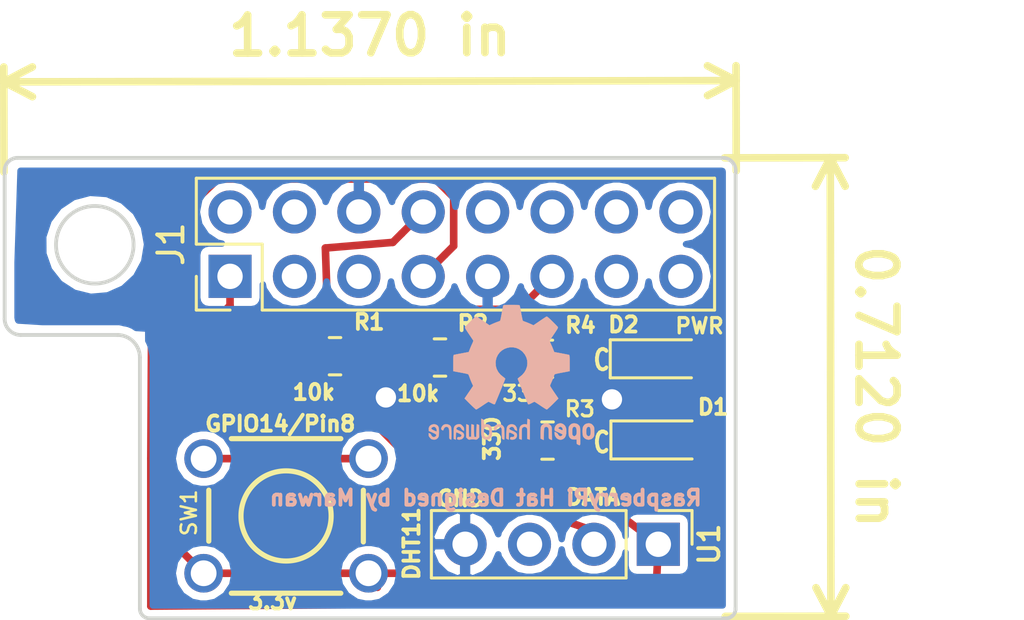
<source format=kicad_pcb>
(kicad_pcb (version 20171130) (host pcbnew "(5.0.0)")

  (general
    (thickness 1.6)
    (drawings 24)
    (tracks 80)
    (zones 0)
    (modules 10)
    (nets 18)
  )

  (page A4)
  (title_block
    (date 2021-07-16)
    (rev "Raspberry Pi Hat ")
    (comment 1 "Desgined By Marwan ")
  )

  (layers
    (0 F.Cu signal)
    (31 B.Cu signal)
    (32 B.Adhes user)
    (33 F.Adhes user)
    (34 B.Paste user)
    (35 F.Paste user)
    (36 B.SilkS user)
    (37 F.SilkS user)
    (38 B.Mask user)
    (39 F.Mask user)
    (40 Dwgs.User user)
    (41 Cmts.User user)
    (42 Eco1.User user)
    (43 Eco2.User user)
    (44 Edge.Cuts user)
    (45 Margin user)
    (46 B.CrtYd user)
    (47 F.CrtYd user)
    (48 B.Fab user)
    (49 F.Fab user)
  )

  (setup
    (last_trace_width 0.25)
    (user_trace_width 0.3)
    (trace_clearance 0.2)
    (zone_clearance 0.508)
    (zone_45_only no)
    (trace_min 0.2)
    (segment_width 0.2)
    (edge_width 0.15)
    (via_size 0.8)
    (via_drill 0.4)
    (via_min_size 0.4)
    (via_min_drill 0.3)
    (user_via 1 0.6)
    (uvia_size 0.3)
    (uvia_drill 0.1)
    (uvias_allowed no)
    (uvia_min_size 0.2)
    (uvia_min_drill 0.1)
    (pcb_text_width 0.3)
    (pcb_text_size 1.5 1.5)
    (mod_edge_width 0.15)
    (mod_text_size 1 1)
    (mod_text_width 0.15)
    (pad_size 1.524 1.524)
    (pad_drill 0.762)
    (pad_to_mask_clearance 0.051)
    (solder_mask_min_width 0.25)
    (aux_axis_origin 0 0)
    (visible_elements 7FFFFFFF)
    (pcbplotparams
      (layerselection 0x010fc_ffffffff)
      (usegerberextensions false)
      (usegerberattributes false)
      (usegerberadvancedattributes false)
      (creategerberjobfile false)
      (excludeedgelayer true)
      (linewidth 0.100000)
      (plotframeref false)
      (viasonmask false)
      (mode 1)
      (useauxorigin false)
      (hpglpennumber 1)
      (hpglpenspeed 20)
      (hpglpendiameter 15.000000)
      (psnegative false)
      (psa4output false)
      (plotreference true)
      (plotvalue true)
      (plotinvisibletext false)
      (padsonsilk false)
      (subtractmaskfromsilk false)
      (outputformat 1)
      (mirror false)
      (drillshape 0)
      (scaleselection 1)
      (outputdirectory "RaspberryPi Gereber/"))
  )

  (net 0 "")
  (net 1 "Net-(D1-Pad2)")
  (net 2 GND)
  (net 3 "Net-(D2-Pad2)")
  (net 4 /3V3)
  (net 5 "Net-(J1-Pad2)")
  (net 6 "Net-(J1-Pad3)")
  (net 7 "Net-(J1-Pad4)")
  (net 8 "Net-(J1-Pad5)")
  (net 9 "Net-(J1-Pad7)")
  (net 10 /button_input)
  (net 11 "Net-(J1-Pad10)")
  (net 12 "Net-(J1-Pad11)")
  (net 13 "Net-(J1-Pad12)")
  (net 14 "Net-(J1-Pad13)")
  (net 15 "Net-(J1-Pad14)")
  (net 16 "Net-(J1-Pad15)")
  (net 17 "Net-(J1-Pad16)")

  (net_class Default "This is the default net class."
    (clearance 0.2)
    (trace_width 0.25)
    (via_dia 0.8)
    (via_drill 0.4)
    (uvia_dia 0.3)
    (uvia_drill 0.1)
    (add_net /button_input)
    (add_net "Net-(D1-Pad2)")
    (add_net "Net-(D2-Pad2)")
    (add_net "Net-(J1-Pad10)")
    (add_net "Net-(J1-Pad11)")
    (add_net "Net-(J1-Pad12)")
    (add_net "Net-(J1-Pad13)")
    (add_net "Net-(J1-Pad14)")
    (add_net "Net-(J1-Pad15)")
    (add_net "Net-(J1-Pad16)")
    (add_net "Net-(J1-Pad2)")
    (add_net "Net-(J1-Pad3)")
    (add_net "Net-(J1-Pad4)")
    (add_net "Net-(J1-Pad5)")
    (add_net "Net-(J1-Pad7)")
  )

  (net_class Power ""
    (clearance 0.3)
    (trace_width 0.3)
    (via_dia 1)
    (via_drill 0.8)
    (uvia_dia 0.3)
    (uvia_drill 0.1)
    (add_net /3V3)
    (add_net GND)
  )

  (module Symbols:OSHW-Logo2_7.3x6mm_SilkScreen (layer B.Cu) (tedit 0) (tstamp 60F777DC)
    (at 52.3748 56.8198 180)
    (descr "Open Source Hardware Symbol")
    (tags "Logo Symbol OSHW")
    (attr virtual)
    (fp_text reference REF*** (at 0 0.254 180) (layer B.SilkS) hide
      (effects (font (size 1 1) (thickness 0.15)) (justify mirror))
    )
    (fp_text value OSHW-Logo2_7.3x6mm_SilkScreen (at 0.75 0 180) (layer B.Fab) hide
      (effects (font (size 1 1) (thickness 0.15)) (justify mirror))
    )
    (fp_poly (pts (xy -2.400256 -1.919918) (xy -2.344799 -1.947568) (xy -2.295852 -1.99848) (xy -2.282371 -2.017338)
      (xy -2.267686 -2.042015) (xy -2.258158 -2.068816) (xy -2.252707 -2.104587) (xy -2.250253 -2.156169)
      (xy -2.249714 -2.224267) (xy -2.252148 -2.317588) (xy -2.260606 -2.387657) (xy -2.276826 -2.439931)
      (xy -2.302546 -2.479869) (xy -2.339503 -2.512929) (xy -2.342218 -2.514886) (xy -2.37864 -2.534908)
      (xy -2.422498 -2.544815) (xy -2.478276 -2.547257) (xy -2.568952 -2.547257) (xy -2.56899 -2.635283)
      (xy -2.569834 -2.684308) (xy -2.574976 -2.713065) (xy -2.588413 -2.730311) (xy -2.614142 -2.744808)
      (xy -2.620321 -2.747769) (xy -2.649236 -2.761648) (xy -2.671624 -2.770414) (xy -2.688271 -2.771171)
      (xy -2.699964 -2.761023) (xy -2.70749 -2.737073) (xy -2.711634 -2.696426) (xy -2.713185 -2.636186)
      (xy -2.712929 -2.553455) (xy -2.711651 -2.445339) (xy -2.711252 -2.413) (xy -2.709815 -2.301524)
      (xy -2.708528 -2.228603) (xy -2.569029 -2.228603) (xy -2.568245 -2.290499) (xy -2.56476 -2.330997)
      (xy -2.556876 -2.357708) (xy -2.542895 -2.378244) (xy -2.533403 -2.38826) (xy -2.494596 -2.417567)
      (xy -2.460237 -2.419952) (xy -2.424784 -2.39575) (xy -2.423886 -2.394857) (xy -2.409461 -2.376153)
      (xy -2.400687 -2.350732) (xy -2.396261 -2.311584) (xy -2.394882 -2.251697) (xy -2.394857 -2.23843)
      (xy -2.398188 -2.155901) (xy -2.409031 -2.098691) (xy -2.42866 -2.063766) (xy -2.45835 -2.048094)
      (xy -2.475509 -2.046514) (xy -2.516234 -2.053926) (xy -2.544168 -2.07833) (xy -2.560983 -2.12298)
      (xy -2.56835 -2.19113) (xy -2.569029 -2.228603) (xy -2.708528 -2.228603) (xy -2.708292 -2.215245)
      (xy -2.706323 -2.150333) (xy -2.70355 -2.102958) (xy -2.699612 -2.06929) (xy -2.694151 -2.045498)
      (xy -2.686808 -2.027753) (xy -2.677223 -2.012224) (xy -2.673113 -2.006381) (xy -2.618595 -1.951185)
      (xy -2.549664 -1.91989) (xy -2.469928 -1.911165) (xy -2.400256 -1.919918)) (layer B.SilkS) (width 0.01))
    (fp_poly (pts (xy -1.283907 -1.92778) (xy -1.237328 -1.954723) (xy -1.204943 -1.981466) (xy -1.181258 -2.009484)
      (xy -1.164941 -2.043748) (xy -1.154661 -2.089227) (xy -1.149086 -2.150892) (xy -1.146884 -2.233711)
      (xy -1.146629 -2.293246) (xy -1.146629 -2.512391) (xy -1.208314 -2.540044) (xy -1.27 -2.567697)
      (xy -1.277257 -2.32767) (xy -1.280256 -2.238028) (xy -1.283402 -2.172962) (xy -1.287299 -2.128026)
      (xy -1.292553 -2.09877) (xy -1.299769 -2.080748) (xy -1.30955 -2.069511) (xy -1.312688 -2.067079)
      (xy -1.360239 -2.048083) (xy -1.408303 -2.0556) (xy -1.436914 -2.075543) (xy -1.448553 -2.089675)
      (xy -1.456609 -2.10822) (xy -1.461729 -2.136334) (xy -1.464559 -2.179173) (xy -1.465744 -2.241895)
      (xy -1.465943 -2.307261) (xy -1.465982 -2.389268) (xy -1.467386 -2.447316) (xy -1.472086 -2.486465)
      (xy -1.482013 -2.51178) (xy -1.499097 -2.528323) (xy -1.525268 -2.541156) (xy -1.560225 -2.554491)
      (xy -1.598404 -2.569007) (xy -1.593859 -2.311389) (xy -1.592029 -2.218519) (xy -1.589888 -2.149889)
      (xy -1.586819 -2.100711) (xy -1.582206 -2.066198) (xy -1.575432 -2.041562) (xy -1.565881 -2.022016)
      (xy -1.554366 -2.00477) (xy -1.49881 -1.94968) (xy -1.43102 -1.917822) (xy -1.357287 -1.910191)
      (xy -1.283907 -1.92778)) (layer B.SilkS) (width 0.01))
    (fp_poly (pts (xy -2.958885 -1.921962) (xy -2.890855 -1.957733) (xy -2.840649 -2.015301) (xy -2.822815 -2.052312)
      (xy -2.808937 -2.107882) (xy -2.801833 -2.178096) (xy -2.80116 -2.254727) (xy -2.806573 -2.329552)
      (xy -2.81773 -2.394342) (xy -2.834286 -2.440873) (xy -2.839374 -2.448887) (xy -2.899645 -2.508707)
      (xy -2.971231 -2.544535) (xy -3.048908 -2.55502) (xy -3.127452 -2.53881) (xy -3.149311 -2.529092)
      (xy -3.191878 -2.499143) (xy -3.229237 -2.459433) (xy -3.232768 -2.454397) (xy -3.247119 -2.430124)
      (xy -3.256606 -2.404178) (xy -3.26221 -2.370022) (xy -3.264914 -2.321119) (xy -3.265701 -2.250935)
      (xy -3.265714 -2.2352) (xy -3.265678 -2.230192) (xy -3.120571 -2.230192) (xy -3.119727 -2.29643)
      (xy -3.116404 -2.340386) (xy -3.109417 -2.368779) (xy -3.097584 -2.388325) (xy -3.091543 -2.394857)
      (xy -3.056814 -2.41968) (xy -3.023097 -2.418548) (xy -2.989005 -2.397016) (xy -2.968671 -2.374029)
      (xy -2.956629 -2.340478) (xy -2.949866 -2.287569) (xy -2.949402 -2.281399) (xy -2.948248 -2.185513)
      (xy -2.960312 -2.114299) (xy -2.98543 -2.068194) (xy -3.02344 -2.047635) (xy -3.037008 -2.046514)
      (xy -3.072636 -2.052152) (xy -3.097006 -2.071686) (xy -3.111907 -2.109042) (xy -3.119125 -2.16815)
      (xy -3.120571 -2.230192) (xy -3.265678 -2.230192) (xy -3.265174 -2.160413) (xy -3.262904 -2.108159)
      (xy -3.257932 -2.071949) (xy -3.249287 -2.045299) (xy -3.235995 -2.021722) (xy -3.233057 -2.017338)
      (xy -3.183687 -1.958249) (xy -3.129891 -1.923947) (xy -3.064398 -1.910331) (xy -3.042158 -1.909665)
      (xy -2.958885 -1.921962)) (layer B.SilkS) (width 0.01))
    (fp_poly (pts (xy -1.831697 -1.931239) (xy -1.774473 -1.969735) (xy -1.730251 -2.025335) (xy -1.703833 -2.096086)
      (xy -1.69849 -2.148162) (xy -1.699097 -2.169893) (xy -1.704178 -2.186531) (xy -1.718145 -2.201437)
      (xy -1.745411 -2.217973) (xy -1.790388 -2.239498) (xy -1.857489 -2.269374) (xy -1.857829 -2.269524)
      (xy -1.919593 -2.297813) (xy -1.970241 -2.322933) (xy -2.004596 -2.342179) (xy -2.017482 -2.352848)
      (xy -2.017486 -2.352934) (xy -2.006128 -2.376166) (xy -1.979569 -2.401774) (xy -1.949077 -2.420221)
      (xy -1.93363 -2.423886) (xy -1.891485 -2.411212) (xy -1.855192 -2.379471) (xy -1.837483 -2.344572)
      (xy -1.820448 -2.318845) (xy -1.787078 -2.289546) (xy -1.747851 -2.264235) (xy -1.713244 -2.250471)
      (xy -1.706007 -2.249714) (xy -1.697861 -2.26216) (xy -1.69737 -2.293972) (xy -1.703357 -2.336866)
      (xy -1.714643 -2.382558) (xy -1.73005 -2.422761) (xy -1.730829 -2.424322) (xy -1.777196 -2.489062)
      (xy -1.837289 -2.533097) (xy -1.905535 -2.554711) (xy -1.976362 -2.552185) (xy -2.044196 -2.523804)
      (xy -2.047212 -2.521808) (xy -2.100573 -2.473448) (xy -2.13566 -2.410352) (xy -2.155078 -2.327387)
      (xy -2.157684 -2.304078) (xy -2.162299 -2.194055) (xy -2.156767 -2.142748) (xy -2.017486 -2.142748)
      (xy -2.015676 -2.174753) (xy -2.005778 -2.184093) (xy -1.981102 -2.177105) (xy -1.942205 -2.160587)
      (xy -1.898725 -2.139881) (xy -1.897644 -2.139333) (xy -1.860791 -2.119949) (xy -1.846 -2.107013)
      (xy -1.849647 -2.093451) (xy -1.865005 -2.075632) (xy -1.904077 -2.049845) (xy -1.946154 -2.04795)
      (xy -1.983897 -2.066717) (xy -2.009966 -2.102915) (xy -2.017486 -2.142748) (xy -2.156767 -2.142748)
      (xy -2.152806 -2.106027) (xy -2.12845 -2.036212) (xy -2.094544 -1.987302) (xy -2.033347 -1.937878)
      (xy -1.965937 -1.913359) (xy -1.89712 -1.911797) (xy -1.831697 -1.931239)) (layer B.SilkS) (width 0.01))
    (fp_poly (pts (xy -0.624114 -1.851289) (xy -0.619861 -1.910613) (xy -0.614975 -1.945572) (xy -0.608205 -1.96082)
      (xy -0.598298 -1.961015) (xy -0.595086 -1.959195) (xy -0.552356 -1.946015) (xy -0.496773 -1.946785)
      (xy -0.440263 -1.960333) (xy -0.404918 -1.977861) (xy -0.368679 -2.005861) (xy -0.342187 -2.037549)
      (xy -0.324001 -2.077813) (xy -0.312678 -2.131543) (xy -0.306778 -2.203626) (xy -0.304857 -2.298951)
      (xy -0.304823 -2.317237) (xy -0.3048 -2.522646) (xy -0.350509 -2.53858) (xy -0.382973 -2.54942)
      (xy -0.400785 -2.554468) (xy -0.401309 -2.554514) (xy -0.403063 -2.540828) (xy -0.404556 -2.503076)
      (xy -0.405674 -2.446224) (xy -0.406303 -2.375234) (xy -0.4064 -2.332073) (xy -0.406602 -2.246973)
      (xy -0.407642 -2.185981) (xy -0.410169 -2.144177) (xy -0.414836 -2.116642) (xy -0.422293 -2.098456)
      (xy -0.433189 -2.084698) (xy -0.439993 -2.078073) (xy -0.486728 -2.051375) (xy -0.537728 -2.049375)
      (xy -0.583999 -2.071955) (xy -0.592556 -2.080107) (xy -0.605107 -2.095436) (xy -0.613812 -2.113618)
      (xy -0.619369 -2.139909) (xy -0.622474 -2.179562) (xy -0.623824 -2.237832) (xy -0.624114 -2.318173)
      (xy -0.624114 -2.522646) (xy -0.669823 -2.53858) (xy -0.702287 -2.54942) (xy -0.720099 -2.554468)
      (xy -0.720623 -2.554514) (xy -0.721963 -2.540623) (xy -0.723172 -2.501439) (xy -0.724199 -2.4407)
      (xy -0.724998 -2.362141) (xy -0.725519 -2.269498) (xy -0.725714 -2.166509) (xy -0.725714 -1.769342)
      (xy -0.678543 -1.749444) (xy -0.631371 -1.729547) (xy -0.624114 -1.851289)) (layer B.SilkS) (width 0.01))
    (fp_poly (pts (xy 0.039744 -1.950968) (xy 0.096616 -1.972087) (xy 0.097267 -1.972493) (xy 0.13244 -1.99838)
      (xy 0.158407 -2.028633) (xy 0.17667 -2.068058) (xy 0.188732 -2.121462) (xy 0.196096 -2.193651)
      (xy 0.200264 -2.289432) (xy 0.200629 -2.303078) (xy 0.205876 -2.508842) (xy 0.161716 -2.531678)
      (xy 0.129763 -2.54711) (xy 0.11047 -2.554423) (xy 0.109578 -2.554514) (xy 0.106239 -2.541022)
      (xy 0.103587 -2.504626) (xy 0.101956 -2.451452) (xy 0.1016 -2.408393) (xy 0.101592 -2.338641)
      (xy 0.098403 -2.294837) (xy 0.087288 -2.273944) (xy 0.063501 -2.272925) (xy 0.022296 -2.288741)
      (xy -0.039914 -2.317815) (xy -0.085659 -2.341963) (xy -0.109187 -2.362913) (xy -0.116104 -2.385747)
      (xy -0.116114 -2.386877) (xy -0.104701 -2.426212) (xy -0.070908 -2.447462) (xy -0.019191 -2.450539)
      (xy 0.018061 -2.450006) (xy 0.037703 -2.460735) (xy 0.049952 -2.486505) (xy 0.057002 -2.519337)
      (xy 0.046842 -2.537966) (xy 0.043017 -2.540632) (xy 0.007001 -2.55134) (xy -0.043434 -2.552856)
      (xy -0.095374 -2.545759) (xy -0.132178 -2.532788) (xy -0.183062 -2.489585) (xy -0.211986 -2.429446)
      (xy -0.217714 -2.382462) (xy -0.213343 -2.340082) (xy -0.197525 -2.305488) (xy -0.166203 -2.274763)
      (xy -0.115322 -2.24399) (xy -0.040824 -2.209252) (xy -0.036286 -2.207288) (xy 0.030821 -2.176287)
      (xy 0.072232 -2.150862) (xy 0.089981 -2.128014) (xy 0.086107 -2.104745) (xy 0.062643 -2.078056)
      (xy 0.055627 -2.071914) (xy 0.00863 -2.0481) (xy -0.040067 -2.049103) (xy -0.082478 -2.072451)
      (xy -0.110616 -2.115675) (xy -0.113231 -2.12416) (xy -0.138692 -2.165308) (xy -0.170999 -2.185128)
      (xy -0.217714 -2.20477) (xy -0.217714 -2.15395) (xy -0.203504 -2.080082) (xy -0.161325 -2.012327)
      (xy -0.139376 -1.989661) (xy -0.089483 -1.960569) (xy -0.026033 -1.9474) (xy 0.039744 -1.950968)) (layer B.SilkS) (width 0.01))
    (fp_poly (pts (xy 0.529926 -1.949755) (xy 0.595858 -1.974084) (xy 0.649273 -2.017117) (xy 0.670164 -2.047409)
      (xy 0.692939 -2.102994) (xy 0.692466 -2.143186) (xy 0.668562 -2.170217) (xy 0.659717 -2.174813)
      (xy 0.62153 -2.189144) (xy 0.602028 -2.185472) (xy 0.595422 -2.161407) (xy 0.595086 -2.148114)
      (xy 0.582992 -2.09921) (xy 0.551471 -2.064999) (xy 0.507659 -2.048476) (xy 0.458695 -2.052634)
      (xy 0.418894 -2.074227) (xy 0.40545 -2.086544) (xy 0.395921 -2.101487) (xy 0.389485 -2.124075)
      (xy 0.385317 -2.159328) (xy 0.382597 -2.212266) (xy 0.380502 -2.287907) (xy 0.37996 -2.311857)
      (xy 0.377981 -2.39379) (xy 0.375731 -2.451455) (xy 0.372357 -2.489608) (xy 0.367006 -2.513004)
      (xy 0.358824 -2.526398) (xy 0.346959 -2.534545) (xy 0.339362 -2.538144) (xy 0.307102 -2.550452)
      (xy 0.288111 -2.554514) (xy 0.281836 -2.540948) (xy 0.278006 -2.499934) (xy 0.2766 -2.430999)
      (xy 0.277598 -2.333669) (xy 0.277908 -2.318657) (xy 0.280101 -2.229859) (xy 0.282693 -2.165019)
      (xy 0.286382 -2.119067) (xy 0.291864 -2.086935) (xy 0.299835 -2.063553) (xy 0.310993 -2.043852)
      (xy 0.31683 -2.03541) (xy 0.350296 -1.998057) (xy 0.387727 -1.969003) (xy 0.392309 -1.966467)
      (xy 0.459426 -1.946443) (xy 0.529926 -1.949755)) (layer B.SilkS) (width 0.01))
    (fp_poly (pts (xy 1.190117 -2.065358) (xy 1.189933 -2.173837) (xy 1.189219 -2.257287) (xy 1.187675 -2.319704)
      (xy 1.185001 -2.365085) (xy 1.180894 -2.397429) (xy 1.175055 -2.420733) (xy 1.167182 -2.438995)
      (xy 1.161221 -2.449418) (xy 1.111855 -2.505945) (xy 1.049264 -2.541377) (xy 0.980013 -2.55409)
      (xy 0.910668 -2.542463) (xy 0.869375 -2.521568) (xy 0.826025 -2.485422) (xy 0.796481 -2.441276)
      (xy 0.778655 -2.383462) (xy 0.770463 -2.306313) (xy 0.769302 -2.249714) (xy 0.769458 -2.245647)
      (xy 0.870857 -2.245647) (xy 0.871476 -2.31055) (xy 0.874314 -2.353514) (xy 0.88084 -2.381622)
      (xy 0.892523 -2.401953) (xy 0.906483 -2.417288) (xy 0.953365 -2.44689) (xy 1.003701 -2.449419)
      (xy 1.051276 -2.424705) (xy 1.054979 -2.421356) (xy 1.070783 -2.403935) (xy 1.080693 -2.383209)
      (xy 1.086058 -2.352362) (xy 1.088228 -2.304577) (xy 1.088571 -2.251748) (xy 1.087827 -2.185381)
      (xy 1.084748 -2.141106) (xy 1.078061 -2.112009) (xy 1.066496 -2.091173) (xy 1.057013 -2.080107)
      (xy 1.01296 -2.052198) (xy 0.962224 -2.048843) (xy 0.913796 -2.070159) (xy 0.90445 -2.078073)
      (xy 0.88854 -2.095647) (xy 0.87861 -2.116587) (xy 0.873278 -2.147782) (xy 0.871163 -2.196122)
      (xy 0.870857 -2.245647) (xy 0.769458 -2.245647) (xy 0.77281 -2.158568) (xy 0.784726 -2.090086)
      (xy 0.807135 -2.0386) (xy 0.842124 -1.998443) (xy 0.869375 -1.977861) (xy 0.918907 -1.955625)
      (xy 0.976316 -1.945304) (xy 1.029682 -1.948067) (xy 1.059543 -1.959212) (xy 1.071261 -1.962383)
      (xy 1.079037 -1.950557) (xy 1.084465 -1.918866) (xy 1.088571 -1.870593) (xy 1.093067 -1.816829)
      (xy 1.099313 -1.784482) (xy 1.110676 -1.765985) (xy 1.130528 -1.75377) (xy 1.143 -1.748362)
      (xy 1.190171 -1.728601) (xy 1.190117 -2.065358)) (layer B.SilkS) (width 0.01))
    (fp_poly (pts (xy 1.779833 -1.958663) (xy 1.782048 -1.99685) (xy 1.783784 -2.054886) (xy 1.784899 -2.12818)
      (xy 1.785257 -2.205055) (xy 1.785257 -2.465196) (xy 1.739326 -2.511127) (xy 1.707675 -2.539429)
      (xy 1.67989 -2.550893) (xy 1.641915 -2.550168) (xy 1.62684 -2.548321) (xy 1.579726 -2.542948)
      (xy 1.540756 -2.539869) (xy 1.531257 -2.539585) (xy 1.499233 -2.541445) (xy 1.453432 -2.546114)
      (xy 1.435674 -2.548321) (xy 1.392057 -2.551735) (xy 1.362745 -2.54432) (xy 1.33368 -2.521427)
      (xy 1.323188 -2.511127) (xy 1.277257 -2.465196) (xy 1.277257 -1.978602) (xy 1.314226 -1.961758)
      (xy 1.346059 -1.949282) (xy 1.364683 -1.944914) (xy 1.369458 -1.958718) (xy 1.373921 -1.997286)
      (xy 1.377775 -2.056356) (xy 1.380722 -2.131663) (xy 1.382143 -2.195286) (xy 1.386114 -2.445657)
      (xy 1.420759 -2.450556) (xy 1.452268 -2.447131) (xy 1.467708 -2.436041) (xy 1.472023 -2.415308)
      (xy 1.475708 -2.371145) (xy 1.478469 -2.309146) (xy 1.480012 -2.234909) (xy 1.480235 -2.196706)
      (xy 1.480457 -1.976783) (xy 1.526166 -1.960849) (xy 1.558518 -1.950015) (xy 1.576115 -1.944962)
      (xy 1.576623 -1.944914) (xy 1.578388 -1.958648) (xy 1.580329 -1.99673) (xy 1.582282 -2.054482)
      (xy 1.584084 -2.127227) (xy 1.585343 -2.195286) (xy 1.589314 -2.445657) (xy 1.6764 -2.445657)
      (xy 1.680396 -2.21724) (xy 1.684392 -1.988822) (xy 1.726847 -1.966868) (xy 1.758192 -1.951793)
      (xy 1.776744 -1.944951) (xy 1.777279 -1.944914) (xy 1.779833 -1.958663)) (layer B.SilkS) (width 0.01))
    (fp_poly (pts (xy 2.144876 -1.956335) (xy 2.186667 -1.975344) (xy 2.219469 -1.998378) (xy 2.243503 -2.024133)
      (xy 2.260097 -2.057358) (xy 2.270577 -2.1028) (xy 2.276271 -2.165207) (xy 2.278507 -2.249327)
      (xy 2.278743 -2.304721) (xy 2.278743 -2.520826) (xy 2.241774 -2.53767) (xy 2.212656 -2.549981)
      (xy 2.198231 -2.554514) (xy 2.195472 -2.541025) (xy 2.193282 -2.504653) (xy 2.191942 -2.451542)
      (xy 2.191657 -2.409372) (xy 2.190434 -2.348447) (xy 2.187136 -2.300115) (xy 2.182321 -2.270518)
      (xy 2.178496 -2.264229) (xy 2.152783 -2.270652) (xy 2.112418 -2.287125) (xy 2.065679 -2.309458)
      (xy 2.020845 -2.333457) (xy 1.986193 -2.35493) (xy 1.970002 -2.369685) (xy 1.969938 -2.369845)
      (xy 1.97133 -2.397152) (xy 1.983818 -2.423219) (xy 2.005743 -2.444392) (xy 2.037743 -2.451474)
      (xy 2.065092 -2.450649) (xy 2.103826 -2.450042) (xy 2.124158 -2.459116) (xy 2.136369 -2.483092)
      (xy 2.137909 -2.487613) (xy 2.143203 -2.521806) (xy 2.129047 -2.542568) (xy 2.092148 -2.552462)
      (xy 2.052289 -2.554292) (xy 1.980562 -2.540727) (xy 1.943432 -2.521355) (xy 1.897576 -2.475845)
      (xy 1.873256 -2.419983) (xy 1.871073 -2.360957) (xy 1.891629 -2.305953) (xy 1.922549 -2.271486)
      (xy 1.95342 -2.252189) (xy 2.001942 -2.227759) (xy 2.058485 -2.202985) (xy 2.06791 -2.199199)
      (xy 2.130019 -2.171791) (xy 2.165822 -2.147634) (xy 2.177337 -2.123619) (xy 2.16658 -2.096635)
      (xy 2.148114 -2.075543) (xy 2.104469 -2.049572) (xy 2.056446 -2.047624) (xy 2.012406 -2.067637)
      (xy 1.980709 -2.107551) (xy 1.976549 -2.117848) (xy 1.952327 -2.155724) (xy 1.916965 -2.183842)
      (xy 1.872343 -2.206917) (xy 1.872343 -2.141485) (xy 1.874969 -2.101506) (xy 1.88623 -2.069997)
      (xy 1.911199 -2.036378) (xy 1.935169 -2.010484) (xy 1.972441 -1.973817) (xy 2.001401 -1.954121)
      (xy 2.032505 -1.94622) (xy 2.067713 -1.944914) (xy 2.144876 -1.956335)) (layer B.SilkS) (width 0.01))
    (fp_poly (pts (xy 2.6526 -1.958752) (xy 2.669948 -1.966334) (xy 2.711356 -1.999128) (xy 2.746765 -2.046547)
      (xy 2.768664 -2.097151) (xy 2.772229 -2.122098) (xy 2.760279 -2.156927) (xy 2.734067 -2.175357)
      (xy 2.705964 -2.186516) (xy 2.693095 -2.188572) (xy 2.686829 -2.173649) (xy 2.674456 -2.141175)
      (xy 2.669028 -2.126502) (xy 2.63859 -2.075744) (xy 2.59452 -2.050427) (xy 2.53801 -2.051206)
      (xy 2.533825 -2.052203) (xy 2.503655 -2.066507) (xy 2.481476 -2.094393) (xy 2.466327 -2.139287)
      (xy 2.45725 -2.204615) (xy 2.453286 -2.293804) (xy 2.452914 -2.341261) (xy 2.45273 -2.416071)
      (xy 2.451522 -2.467069) (xy 2.448309 -2.499471) (xy 2.442109 -2.518495) (xy 2.43194 -2.529356)
      (xy 2.416819 -2.537272) (xy 2.415946 -2.53767) (xy 2.386828 -2.549981) (xy 2.372403 -2.554514)
      (xy 2.370186 -2.540809) (xy 2.368289 -2.502925) (xy 2.366847 -2.445715) (xy 2.365998 -2.374027)
      (xy 2.365829 -2.321565) (xy 2.366692 -2.220047) (xy 2.37007 -2.143032) (xy 2.377142 -2.086023)
      (xy 2.389088 -2.044526) (xy 2.40709 -2.014043) (xy 2.432327 -1.99008) (xy 2.457247 -1.973355)
      (xy 2.517171 -1.951097) (xy 2.586911 -1.946076) (xy 2.6526 -1.958752)) (layer B.SilkS) (width 0.01))
    (fp_poly (pts (xy 3.153595 -1.966966) (xy 3.211021 -2.004497) (xy 3.238719 -2.038096) (xy 3.260662 -2.099064)
      (xy 3.262405 -2.147308) (xy 3.258457 -2.211816) (xy 3.109686 -2.276934) (xy 3.037349 -2.310202)
      (xy 2.990084 -2.336964) (xy 2.965507 -2.360144) (xy 2.961237 -2.382667) (xy 2.974889 -2.407455)
      (xy 2.989943 -2.423886) (xy 3.033746 -2.450235) (xy 3.081389 -2.452081) (xy 3.125145 -2.431546)
      (xy 3.157289 -2.390752) (xy 3.163038 -2.376347) (xy 3.190576 -2.331356) (xy 3.222258 -2.312182)
      (xy 3.265714 -2.295779) (xy 3.265714 -2.357966) (xy 3.261872 -2.400283) (xy 3.246823 -2.435969)
      (xy 3.21528 -2.476943) (xy 3.210592 -2.482267) (xy 3.175506 -2.51872) (xy 3.145347 -2.538283)
      (xy 3.107615 -2.547283) (xy 3.076335 -2.55023) (xy 3.020385 -2.550965) (xy 2.980555 -2.54166)
      (xy 2.955708 -2.527846) (xy 2.916656 -2.497467) (xy 2.889625 -2.464613) (xy 2.872517 -2.423294)
      (xy 2.863238 -2.367521) (xy 2.859693 -2.291305) (xy 2.85941 -2.252622) (xy 2.860372 -2.206247)
      (xy 2.948007 -2.206247) (xy 2.949023 -2.231126) (xy 2.951556 -2.2352) (xy 2.968274 -2.229665)
      (xy 3.004249 -2.215017) (xy 3.052331 -2.19419) (xy 3.062386 -2.189714) (xy 3.123152 -2.158814)
      (xy 3.156632 -2.131657) (xy 3.16399 -2.10622) (xy 3.146391 -2.080481) (xy 3.131856 -2.069109)
      (xy 3.07941 -2.046364) (xy 3.030322 -2.050122) (xy 2.989227 -2.077884) (xy 2.960758 -2.127152)
      (xy 2.951631 -2.166257) (xy 2.948007 -2.206247) (xy 2.860372 -2.206247) (xy 2.861285 -2.162249)
      (xy 2.868196 -2.095384) (xy 2.881884 -2.046695) (xy 2.904096 -2.010849) (xy 2.936574 -1.982513)
      (xy 2.950733 -1.973355) (xy 3.015053 -1.949507) (xy 3.085473 -1.948006) (xy 3.153595 -1.966966)) (layer B.SilkS) (width 0.01))
    (fp_poly (pts (xy 0.10391 2.757652) (xy 0.182454 2.757222) (xy 0.239298 2.756058) (xy 0.278105 2.753793)
      (xy 0.302538 2.75006) (xy 0.316262 2.744494) (xy 0.32294 2.736727) (xy 0.326236 2.726395)
      (xy 0.326556 2.725057) (xy 0.331562 2.700921) (xy 0.340829 2.653299) (xy 0.353392 2.587259)
      (xy 0.368287 2.507872) (xy 0.384551 2.420204) (xy 0.385119 2.417125) (xy 0.40141 2.331211)
      (xy 0.416652 2.255304) (xy 0.429861 2.193955) (xy 0.440054 2.151718) (xy 0.446248 2.133145)
      (xy 0.446543 2.132816) (xy 0.464788 2.123747) (xy 0.502405 2.108633) (xy 0.551271 2.090738)
      (xy 0.551543 2.090642) (xy 0.613093 2.067507) (xy 0.685657 2.038035) (xy 0.754057 2.008403)
      (xy 0.757294 2.006938) (xy 0.868702 1.956374) (xy 1.115399 2.12484) (xy 1.191077 2.176197)
      (xy 1.259631 2.222111) (xy 1.317088 2.25997) (xy 1.359476 2.287163) (xy 1.382825 2.301079)
      (xy 1.385042 2.302111) (xy 1.40201 2.297516) (xy 1.433701 2.275345) (xy 1.481352 2.234553)
      (xy 1.546198 2.174095) (xy 1.612397 2.109773) (xy 1.676214 2.046388) (xy 1.733329 1.988549)
      (xy 1.780305 1.939825) (xy 1.813703 1.90379) (xy 1.830085 1.884016) (xy 1.830694 1.882998)
      (xy 1.832505 1.869428) (xy 1.825683 1.847267) (xy 1.80854 1.813522) (xy 1.779393 1.7652)
      (xy 1.736555 1.699308) (xy 1.679448 1.614483) (xy 1.628766 1.539823) (xy 1.583461 1.47286)
      (xy 1.54615 1.417484) (xy 1.519452 1.37758) (xy 1.505985 1.357038) (xy 1.505137 1.355644)
      (xy 1.506781 1.335962) (xy 1.519245 1.297707) (xy 1.540048 1.248111) (xy 1.547462 1.232272)
      (xy 1.579814 1.16171) (xy 1.614328 1.081647) (xy 1.642365 1.012371) (xy 1.662568 0.960955)
      (xy 1.678615 0.921881) (xy 1.687888 0.901459) (xy 1.689041 0.899886) (xy 1.706096 0.897279)
      (xy 1.746298 0.890137) (xy 1.804302 0.879477) (xy 1.874763 0.866315) (xy 1.952335 0.851667)
      (xy 2.031672 0.836551) (xy 2.107431 0.821982) (xy 2.174264 0.808978) (xy 2.226828 0.798555)
      (xy 2.259776 0.79173) (xy 2.267857 0.789801) (xy 2.276205 0.785038) (xy 2.282506 0.774282)
      (xy 2.287045 0.753902) (xy 2.290104 0.720266) (xy 2.291967 0.669745) (xy 2.292918 0.598708)
      (xy 2.29324 0.503524) (xy 2.293257 0.464508) (xy 2.293257 0.147201) (xy 2.217057 0.132161)
      (xy 2.174663 0.124005) (xy 2.1114 0.112101) (xy 2.034962 0.097884) (xy 1.953043 0.08279)
      (xy 1.9304 0.078645) (xy 1.854806 0.063947) (xy 1.788953 0.049495) (xy 1.738366 0.036625)
      (xy 1.708574 0.026678) (xy 1.703612 0.023713) (xy 1.691426 0.002717) (xy 1.673953 -0.037967)
      (xy 1.654577 -0.090322) (xy 1.650734 -0.1016) (xy 1.625339 -0.171523) (xy 1.593817 -0.250418)
      (xy 1.562969 -0.321266) (xy 1.562817 -0.321595) (xy 1.511447 -0.432733) (xy 1.680399 -0.681253)
      (xy 1.849352 -0.929772) (xy 1.632429 -1.147058) (xy 1.566819 -1.211726) (xy 1.506979 -1.268733)
      (xy 1.456267 -1.315033) (xy 1.418046 -1.347584) (xy 1.395675 -1.363343) (xy 1.392466 -1.364343)
      (xy 1.373626 -1.356469) (xy 1.33518 -1.334578) (xy 1.28133 -1.301267) (xy 1.216276 -1.259131)
      (xy 1.14594 -1.211943) (xy 1.074555 -1.16381) (xy 1.010908 -1.121928) (xy 0.959041 -1.088871)
      (xy 0.922995 -1.067218) (xy 0.906867 -1.059543) (xy 0.887189 -1.066037) (xy 0.849875 -1.08315)
      (xy 0.802621 -1.107326) (xy 0.797612 -1.110013) (xy 0.733977 -1.141927) (xy 0.690341 -1.157579)
      (xy 0.663202 -1.157745) (xy 0.649057 -1.143204) (xy 0.648975 -1.143) (xy 0.641905 -1.125779)
      (xy 0.625042 -1.084899) (xy 0.599695 -1.023525) (xy 0.567171 -0.944819) (xy 0.528778 -0.851947)
      (xy 0.485822 -0.748072) (xy 0.444222 -0.647502) (xy 0.398504 -0.536516) (xy 0.356526 -0.433703)
      (xy 0.319548 -0.342215) (xy 0.288827 -0.265201) (xy 0.265622 -0.205815) (xy 0.25119 -0.167209)
      (xy 0.246743 -0.1528) (xy 0.257896 -0.136272) (xy 0.287069 -0.10993) (xy 0.325971 -0.080887)
      (xy 0.436757 0.010961) (xy 0.523351 0.116241) (xy 0.584716 0.232734) (xy 0.619815 0.358224)
      (xy 0.627608 0.490493) (xy 0.621943 0.551543) (xy 0.591078 0.678205) (xy 0.53792 0.790059)
      (xy 0.465767 0.885999) (xy 0.377917 0.964924) (xy 0.277665 1.02573) (xy 0.16831 1.067313)
      (xy 0.053147 1.088572) (xy -0.064525 1.088401) (xy -0.18141 1.065699) (xy -0.294211 1.019362)
      (xy -0.399631 0.948287) (xy -0.443632 0.908089) (xy -0.528021 0.804871) (xy -0.586778 0.692075)
      (xy -0.620296 0.57299) (xy -0.628965 0.450905) (xy -0.613177 0.329107) (xy -0.573322 0.210884)
      (xy -0.509793 0.099525) (xy -0.422979 -0.001684) (xy -0.325971 -0.080887) (xy -0.285563 -0.111162)
      (xy -0.257018 -0.137219) (xy -0.246743 -0.152825) (xy -0.252123 -0.169843) (xy -0.267425 -0.2105)
      (xy -0.291388 -0.271642) (xy -0.322756 -0.350119) (xy -0.360268 -0.44278) (xy -0.402667 -0.546472)
      (xy -0.444337 -0.647526) (xy -0.49031 -0.758607) (xy -0.532893 -0.861541) (xy -0.570779 -0.953165)
      (xy -0.60266 -1.030316) (xy -0.627229 -1.089831) (xy -0.64318 -1.128544) (xy -0.64909 -1.143)
      (xy -0.663052 -1.157685) (xy -0.69006 -1.157642) (xy -0.733587 -1.142099) (xy -0.79711 -1.110284)
      (xy -0.797612 -1.110013) (xy -0.84544 -1.085323) (xy -0.884103 -1.067338) (xy -0.905905 -1.059614)
      (xy -0.906867 -1.059543) (xy -0.923279 -1.067378) (xy -0.959513 -1.089165) (xy -1.011526 -1.122328)
      (xy -1.075275 -1.164291) (xy -1.14594 -1.211943) (xy -1.217884 -1.260191) (xy -1.282726 -1.302151)
      (xy -1.336265 -1.335227) (xy -1.374303 -1.356821) (xy -1.392467 -1.364343) (xy -1.409192 -1.354457)
      (xy -1.44282 -1.326826) (xy -1.48999 -1.284495) (xy -1.547342 -1.230505) (xy -1.611516 -1.167899)
      (xy -1.632503 -1.146983) (xy -1.849501 -0.929623) (xy -1.684332 -0.68722) (xy -1.634136 -0.612781)
      (xy -1.590081 -0.545972) (xy -1.554638 -0.490665) (xy -1.530281 -0.450729) (xy -1.519478 -0.430036)
      (xy -1.519162 -0.428563) (xy -1.524857 -0.409058) (xy -1.540174 -0.369822) (xy -1.562463 -0.31743)
      (xy -1.578107 -0.282355) (xy -1.607359 -0.215201) (xy -1.634906 -0.147358) (xy -1.656263 -0.090034)
      (xy -1.662065 -0.072572) (xy -1.678548 -0.025938) (xy -1.69466 0.010095) (xy -1.70351 0.023713)
      (xy -1.72304 0.032048) (xy -1.765666 0.043863) (xy -1.825855 0.057819) (xy -1.898078 0.072578)
      (xy -1.9304 0.078645) (xy -2.012478 0.093727) (xy -2.091205 0.108331) (xy -2.158891 0.12102)
      (xy -2.20784 0.130358) (xy -2.217057 0.132161) (xy -2.293257 0.147201) (xy -2.293257 0.464508)
      (xy -2.293086 0.568846) (xy -2.292384 0.647787) (xy -2.290866 0.704962) (xy -2.288251 0.744001)
      (xy -2.284254 0.768535) (xy -2.278591 0.782195) (xy -2.27098 0.788611) (xy -2.267857 0.789801)
      (xy -2.249022 0.79402) (xy -2.207412 0.802438) (xy -2.14837 0.814039) (xy -2.077243 0.827805)
      (xy -1.999375 0.84272) (xy -1.920113 0.857768) (xy -1.844802 0.871931) (xy -1.778787 0.884194)
      (xy -1.727413 0.893539) (xy -1.696025 0.89895) (xy -1.689041 0.899886) (xy -1.682715 0.912404)
      (xy -1.66871 0.945754) (xy -1.649645 0.993623) (xy -1.642366 1.012371) (xy -1.613004 1.084805)
      (xy -1.578429 1.16483) (xy -1.547463 1.232272) (xy -1.524677 1.283841) (xy -1.509518 1.326215)
      (xy -1.504458 1.352166) (xy -1.505264 1.355644) (xy -1.515959 1.372064) (xy -1.54038 1.408583)
      (xy -1.575905 1.461313) (xy -1.619913 1.526365) (xy -1.669783 1.599849) (xy -1.679644 1.614355)
      (xy -1.737508 1.700296) (xy -1.780044 1.765739) (xy -1.808946 1.813696) (xy -1.82591 1.84718)
      (xy -1.832633 1.869205) (xy -1.83081 1.882783) (xy -1.830764 1.882869) (xy -1.816414 1.900703)
      (xy -1.784677 1.935183) (xy -1.73899 1.982732) (xy -1.682796 2.039778) (xy -1.619532 2.102745)
      (xy -1.612398 2.109773) (xy -1.53267 2.18698) (xy -1.471143 2.24367) (xy -1.426579 2.28089)
      (xy -1.397743 2.299685) (xy -1.385042 2.302111) (xy -1.366506 2.291529) (xy -1.328039 2.267084)
      (xy -1.273614 2.231388) (xy -1.207202 2.187053) (xy -1.132775 2.136689) (xy -1.115399 2.12484)
      (xy -0.868703 1.956374) (xy -0.757294 2.006938) (xy -0.689543 2.036405) (xy -0.616817 2.066041)
      (xy -0.554297 2.08967) (xy -0.551543 2.090642) (xy -0.50264 2.108543) (xy -0.464943 2.12368)
      (xy -0.446575 2.13279) (xy -0.446544 2.132816) (xy -0.440715 2.149283) (xy -0.430808 2.189781)
      (xy -0.417805 2.249758) (xy -0.402691 2.32466) (xy -0.386448 2.409936) (xy -0.385119 2.417125)
      (xy -0.368825 2.504986) (xy -0.353867 2.58474) (xy -0.341209 2.651319) (xy -0.331814 2.699653)
      (xy -0.326646 2.724675) (xy -0.326556 2.725057) (xy -0.323411 2.735701) (xy -0.317296 2.743738)
      (xy -0.304547 2.749533) (xy -0.2815 2.753453) (xy -0.244491 2.755865) (xy -0.189856 2.757135)
      (xy -0.113933 2.757629) (xy -0.013056 2.757714) (xy 0 2.757714) (xy 0.10391 2.757652)) (layer B.SilkS) (width 0.01))
  )

  (module Connector_PinHeader_2.54mm:PinHeader_2x08_P2.54mm_Vertical (layer F.Cu) (tedit 59FED5CC) (tstamp 60F6B0BF)
    (at 41.275 52.9336 90)
    (descr "Through hole straight pin header, 2x08, 2.54mm pitch, double rows")
    (tags "Through hole pin header THT 2x08 2.54mm double row")
    (path /60F08B46)
    (fp_text reference J1 (at 1.27 -2.33 90) (layer F.SilkS)
      (effects (font (size 1 1) (thickness 0.15)))
    )
    (fp_text value Raspberry_Pi_2_3 (at 1.27 20.11 90) (layer F.Fab)
      (effects (font (size 1 1) (thickness 0.15)))
    )
    (fp_line (start 0 -1.27) (end 3.81 -1.27) (layer F.Fab) (width 0.1))
    (fp_line (start 3.81 -1.27) (end 3.81 19.05) (layer F.Fab) (width 0.1))
    (fp_line (start 3.81 19.05) (end -1.27 19.05) (layer F.Fab) (width 0.1))
    (fp_line (start -1.27 19.05) (end -1.27 0) (layer F.Fab) (width 0.1))
    (fp_line (start -1.27 0) (end 0 -1.27) (layer F.Fab) (width 0.1))
    (fp_line (start -1.33 19.11) (end 3.87 19.11) (layer F.SilkS) (width 0.12))
    (fp_line (start -1.33 1.27) (end -1.33 19.11) (layer F.SilkS) (width 0.12))
    (fp_line (start 3.87 -1.33) (end 3.87 19.11) (layer F.SilkS) (width 0.12))
    (fp_line (start -1.33 1.27) (end 1.27 1.27) (layer F.SilkS) (width 0.12))
    (fp_line (start 1.27 1.27) (end 1.27 -1.33) (layer F.SilkS) (width 0.12))
    (fp_line (start 1.27 -1.33) (end 3.87 -1.33) (layer F.SilkS) (width 0.12))
    (fp_line (start -1.33 0) (end -1.33 -1.33) (layer F.SilkS) (width 0.12))
    (fp_line (start -1.33 -1.33) (end 0 -1.33) (layer F.SilkS) (width 0.12))
    (fp_line (start -1.8 -1.8) (end -1.8 19.55) (layer F.CrtYd) (width 0.05))
    (fp_line (start -1.8 19.55) (end 4.35 19.55) (layer F.CrtYd) (width 0.05))
    (fp_line (start 4.35 19.55) (end 4.35 -1.8) (layer F.CrtYd) (width 0.05))
    (fp_line (start 4.35 -1.8) (end -1.8 -1.8) (layer F.CrtYd) (width 0.05))
    (fp_text user %R (at 1.27 8.89 180) (layer F.Fab)
      (effects (font (size 1 1) (thickness 0.15)))
    )
    (pad 1 thru_hole rect (at 0 0 90) (size 1.7 1.7) (drill 1) (layers *.Cu *.Mask)
      (net 4 /3V3))
    (pad 2 thru_hole oval (at 2.54 0 90) (size 1.7 1.7) (drill 1) (layers *.Cu *.Mask)
      (net 5 "Net-(J1-Pad2)"))
    (pad 3 thru_hole oval (at 0 2.54 90) (size 1.7 1.7) (drill 1) (layers *.Cu *.Mask)
      (net 6 "Net-(J1-Pad3)"))
    (pad 4 thru_hole oval (at 2.54 2.54 90) (size 1.7 1.7) (drill 1) (layers *.Cu *.Mask)
      (net 7 "Net-(J1-Pad4)"))
    (pad 5 thru_hole oval (at 0 5.08 90) (size 1.7 1.7) (drill 1) (layers *.Cu *.Mask)
      (net 8 "Net-(J1-Pad5)"))
    (pad 6 thru_hole oval (at 2.54 5.08 90) (size 1.7 1.7) (drill 1) (layers *.Cu *.Mask)
      (net 2 GND))
    (pad 7 thru_hole oval (at 0 7.62 90) (size 1.7 1.7) (drill 1) (layers *.Cu *.Mask)
      (net 9 "Net-(J1-Pad7)"))
    (pad 8 thru_hole oval (at 2.54 7.62 90) (size 1.7 1.7) (drill 1) (layers *.Cu *.Mask)
      (net 10 /button_input))
    (pad 9 thru_hole oval (at 0 10.16 90) (size 1.7 1.7) (drill 1) (layers *.Cu *.Mask)
      (net 2 GND))
    (pad 10 thru_hole oval (at 2.54 10.16 90) (size 1.7 1.7) (drill 1) (layers *.Cu *.Mask)
      (net 11 "Net-(J1-Pad10)"))
    (pad 11 thru_hole oval (at 0 12.7 90) (size 1.7 1.7) (drill 1) (layers *.Cu *.Mask)
      (net 12 "Net-(J1-Pad11)"))
    (pad 12 thru_hole oval (at 2.54 12.7 90) (size 1.7 1.7) (drill 1) (layers *.Cu *.Mask)
      (net 13 "Net-(J1-Pad12)"))
    (pad 13 thru_hole oval (at 0 15.24 90) (size 1.7 1.7) (drill 1) (layers *.Cu *.Mask)
      (net 14 "Net-(J1-Pad13)"))
    (pad 14 thru_hole oval (at 2.54 15.24 90) (size 1.7 1.7) (drill 1) (layers *.Cu *.Mask)
      (net 15 "Net-(J1-Pad14)"))
    (pad 15 thru_hole oval (at 0 17.78 90) (size 1.7 1.7) (drill 1) (layers *.Cu *.Mask)
      (net 16 "Net-(J1-Pad15)"))
    (pad 16 thru_hole oval (at 2.54 17.78 90) (size 1.7 1.7) (drill 1) (layers *.Cu *.Mask)
      (net 17 "Net-(J1-Pad16)"))
    (model ${KISYS3DMOD}/Connector_PinHeader_2.54mm.3dshapes/PinHeader_2x08_P2.54mm_Vertical.wrl
      (at (xyz 0 0 0))
      (scale (xyz 1 1 1))
      (rotate (xyz 0 0 0))
    )
  )

  (module Resistor_SMD:R_0805_2012Metric_Pad1.20x1.40mm_HandSolder (layer F.Cu) (tedit 60F3586F) (tstamp 60F2850A)
    (at 49.5554 56.134)
    (descr "Resistor SMD 0805 (2012 Metric), square (rectangular) end terminal, IPC_7351 nominal with elongated pad for handsoldering. (Body size source: IPC-SM-782 page 72, https://www.pcb-3d.com/wordpress/wp-content/uploads/ipc-sm-782a_amendment_1_and_2.pdf), generated with kicad-footprint-generator")
    (tags "resistor handsolder")
    (path /60F08EF6)
    (attr smd)
    (fp_text reference R2 (at 1.2954 -1.3462) (layer F.SilkS)
      (effects (font (size 0.6 0.6) (thickness 0.15)))
    )
    (fp_text value 10k (at -0.8636 1.4224) (layer F.SilkS)
      (effects (font (size 0.6 0.6) (thickness 0.15)))
    )
    (fp_text user %R (at 0.195999 -0.026001) (layer F.Fab)
      (effects (font (size 0.5 0.5) (thickness 0.08)))
    )
    (fp_line (start 1.85 0.95) (end -1.85 0.95) (layer F.CrtYd) (width 0.05))
    (fp_line (start 1.85 -0.95) (end 1.85 0.95) (layer F.CrtYd) (width 0.05))
    (fp_line (start -1.85 -0.95) (end 1.85 -0.95) (layer F.CrtYd) (width 0.05))
    (fp_line (start -1.85 0.95) (end -1.85 -0.95) (layer F.CrtYd) (width 0.05))
    (fp_line (start -0.227064 0.735) (end 0.227064 0.735) (layer F.SilkS) (width 0.12))
    (fp_line (start -0.227064 -0.735) (end 0.227064 -0.735) (layer F.SilkS) (width 0.12))
    (fp_line (start 1 0.625) (end -1 0.625) (layer F.Fab) (width 0.1))
    (fp_line (start 1 -0.625) (end 1 0.625) (layer F.Fab) (width 0.1))
    (fp_line (start -1 -0.625) (end 1 -0.625) (layer F.Fab) (width 0.1))
    (fp_line (start -1 0.625) (end -1 -0.625) (layer F.Fab) (width 0.1))
    (pad 2 smd roundrect (at 1 0) (size 1.2 1.4) (layers F.Cu F.Paste F.Mask) (roundrect_rratio 0.208333)
      (net 4 /3V3))
    (pad 1 smd roundrect (at -1 0) (size 1.2 1.4) (layers F.Cu F.Paste F.Mask) (roundrect_rratio 0.208333)
      (net 12 "Net-(J1-Pad11)"))
    (model ${KISYS3DMOD}/Resistor_SMD.3dshapes/R_0805_2012Metric.wrl
      (at (xyz 0 0 0))
      (scale (xyz 1 1 1))
      (rotate (xyz 0 0 0))
    )
  )

  (module LEDs:LED_0805_HandSoldering (layer F.Cu) (tedit 60F3354E) (tstamp 60F284AD)
    (at 58.4962 59.3852)
    (descr "Resistor SMD 0805, hand soldering")
    (tags "resistor 0805")
    (path /60F08D35)
    (attr smd)
    (fp_text reference D1 (at 1.8288 -1.2954) (layer F.SilkS)
      (effects (font (size 0.6 0.6) (thickness 0.15)))
    )
    (fp_text value LED (at 0 1.75) (layer Dwgs.User)
      (effects (font (size 1 1) (thickness 0.15)))
    )
    (fp_line (start -2.2 -0.75) (end -2.2 0.75) (layer F.SilkS) (width 0.12))
    (fp_line (start 2.35 0.9) (end -2.35 0.9) (layer F.CrtYd) (width 0.05))
    (fp_line (start 2.35 0.9) (end 2.35 -0.9) (layer F.CrtYd) (width 0.05))
    (fp_line (start -2.35 -0.9) (end -2.35 0.9) (layer F.CrtYd) (width 0.05))
    (fp_line (start -2.35 -0.9) (end 2.35 -0.9) (layer F.CrtYd) (width 0.05))
    (fp_line (start -2.2 -0.75) (end 1 -0.75) (layer F.SilkS) (width 0.12))
    (fp_line (start 1 0.75) (end -2.2 0.75) (layer F.SilkS) (width 0.12))
    (fp_line (start -1 -0.62) (end 1 -0.62) (layer F.Fab) (width 0.1))
    (fp_line (start 1 -0.62) (end 1 0.62) (layer F.Fab) (width 0.1))
    (fp_line (start 1 0.62) (end -1 0.62) (layer F.Fab) (width 0.1))
    (fp_line (start -1 0.62) (end -1 -0.62) (layer F.Fab) (width 0.1))
    (fp_line (start 0.2 -0.4) (end 0.2 0.4) (layer F.Fab) (width 0.1))
    (fp_line (start 0.2 0.4) (end -0.4 0) (layer F.Fab) (width 0.1))
    (fp_line (start -0.4 0) (end 0.2 -0.4) (layer F.Fab) (width 0.1))
    (fp_line (start -0.4 -0.4) (end -0.4 0.4) (layer F.Fab) (width 0.1))
    (pad 2 smd rect (at 1.35 0) (size 1.5 1.3) (layers F.Cu F.Paste F.Mask)
      (net 1 "Net-(D1-Pad2)"))
    (pad 1 smd rect (at -1.35 0) (size 1.5 1.3) (layers F.Cu F.Paste F.Mask)
      (net 2 GND))
    (model ${KISYS3DMOD}/LEDs.3dshapes/LED_0805.wrl
      (at (xyz 0 0 0))
      (scale (xyz 1 1 1))
      (rotate (xyz 0 0 0))
    )
  )

  (module LEDs:LED_0805_HandSoldering (layer F.Cu) (tedit 60F33568) (tstamp 60F284C2)
    (at 58.4708 56.1848)
    (descr "Resistor SMD 0805, hand soldering")
    (tags "resistor 0805")
    (path /60F2FCED)
    (attr smd)
    (fp_text reference D2 (at -1.6764 -1.3462) (layer F.SilkS)
      (effects (font (size 0.6 0.6) (thickness 0.15)))
    )
    (fp_text value LED (at 0 1.75) (layer Dwgs.User)
      (effects (font (size 1 1) (thickness 0.15)))
    )
    (fp_line (start -0.4 -0.4) (end -0.4 0.4) (layer F.Fab) (width 0.1))
    (fp_line (start -0.4 0) (end 0.2 -0.4) (layer F.Fab) (width 0.1))
    (fp_line (start 0.2 0.4) (end -0.4 0) (layer F.Fab) (width 0.1))
    (fp_line (start 0.2 -0.4) (end 0.2 0.4) (layer F.Fab) (width 0.1))
    (fp_line (start -1 0.62) (end -1 -0.62) (layer F.Fab) (width 0.1))
    (fp_line (start 1 0.62) (end -1 0.62) (layer F.Fab) (width 0.1))
    (fp_line (start 1 -0.62) (end 1 0.62) (layer F.Fab) (width 0.1))
    (fp_line (start -1 -0.62) (end 1 -0.62) (layer F.Fab) (width 0.1))
    (fp_line (start 1 0.75) (end -2.2 0.75) (layer F.SilkS) (width 0.12))
    (fp_line (start -2.2 -0.75) (end 1 -0.75) (layer F.SilkS) (width 0.12))
    (fp_line (start -2.35 -0.9) (end 2.35 -0.9) (layer F.CrtYd) (width 0.05))
    (fp_line (start -2.35 -0.9) (end -2.35 0.9) (layer F.CrtYd) (width 0.05))
    (fp_line (start 2.35 0.9) (end 2.35 -0.9) (layer F.CrtYd) (width 0.05))
    (fp_line (start 2.35 0.9) (end -2.35 0.9) (layer F.CrtYd) (width 0.05))
    (fp_line (start -2.2 -0.75) (end -2.2 0.75) (layer F.SilkS) (width 0.12))
    (pad 1 smd rect (at -1.35 0) (size 1.5 1.3) (layers F.Cu F.Paste F.Mask)
      (net 2 GND))
    (pad 2 smd rect (at 1.35 0) (size 1.5 1.3) (layers F.Cu F.Paste F.Mask)
      (net 3 "Net-(D2-Pad2)"))
    (model ${KISYS3DMOD}/LEDs.3dshapes/LED_0805.wrl
      (at (xyz 0 0 0))
      (scale (xyz 1 1 1))
      (rotate (xyz 0 0 0))
    )
  )

  (module Resistor_SMD:R_0805_2012Metric_Pad1.20x1.40mm_HandSolder (layer F.Cu) (tedit 60F35858) (tstamp 60F284F9)
    (at 45.4152 56.0832)
    (descr "Resistor SMD 0805 (2012 Metric), square (rectangular) end terminal, IPC_7351 nominal with elongated pad for handsoldering. (Body size source: IPC-SM-782 page 72, https://www.pcb-3d.com/wordpress/wp-content/uploads/ipc-sm-782a_amendment_1_and_2.pdf), generated with kicad-footprint-generator")
    (tags "resistor handsolder")
    (path /60F08C8F)
    (attr smd)
    (fp_text reference R1 (at 1.3462 -1.3462) (layer F.SilkS)
      (effects (font (size 0.6 0.6) (thickness 0.15)))
    )
    (fp_text value 10k (at -0.8382 1.4224) (layer F.SilkS)
      (effects (font (size 0.6 0.6) (thickness 0.15)))
    )
    (fp_line (start -1 0.625) (end -1 -0.625) (layer F.Fab) (width 0.1))
    (fp_line (start -1 -0.625) (end 1 -0.625) (layer F.Fab) (width 0.1))
    (fp_line (start 1 -0.625) (end 1 0.625) (layer F.Fab) (width 0.1))
    (fp_line (start 1 0.625) (end -1 0.625) (layer F.Fab) (width 0.1))
    (fp_line (start -0.227064 -0.735) (end 0.227064 -0.735) (layer F.SilkS) (width 0.12))
    (fp_line (start -0.227064 0.735) (end 0.227064 0.735) (layer F.SilkS) (width 0.12))
    (fp_line (start -1.85 0.95) (end -1.85 -0.95) (layer F.CrtYd) (width 0.05))
    (fp_line (start -1.85 -0.95) (end 1.85 -0.95) (layer F.CrtYd) (width 0.05))
    (fp_line (start 1.85 -0.95) (end 1.85 0.95) (layer F.CrtYd) (width 0.05))
    (fp_line (start 1.85 0.95) (end -1.85 0.95) (layer F.CrtYd) (width 0.05))
    (fp_text user %R (at 0 0) (layer F.Fab)
      (effects (font (size 0.5 0.5) (thickness 0.08)))
    )
    (pad 1 smd roundrect (at -1 0) (size 1.2 1.4) (layers F.Cu F.Paste F.Mask) (roundrect_rratio 0.208333)
      (net 10 /button_input))
    (pad 2 smd roundrect (at 1 0) (size 1.2 1.4) (layers F.Cu F.Paste F.Mask) (roundrect_rratio 0.208333)
      (net 2 GND))
    (model ${KISYS3DMOD}/Resistor_SMD.3dshapes/R_0805_2012Metric.wrl
      (at (xyz 0 0 0))
      (scale (xyz 1 1 1))
      (rotate (xyz 0 0 0))
    )
  )

  (module Resistor_SMD:R_0805_2012Metric_Pad1.20x1.40mm_HandSolder (layer F.Cu) (tedit 60F35886) (tstamp 60F2851B)
    (at 53.7972 59.4106)
    (descr "Resistor SMD 0805 (2012 Metric), square (rectangular) end terminal, IPC_7351 nominal with elongated pad for handsoldering. (Body size source: IPC-SM-782 page 72, https://www.pcb-3d.com/wordpress/wp-content/uploads/ipc-sm-782a_amendment_1_and_2.pdf), generated with kicad-footprint-generator")
    (tags "resistor handsolder")
    (path /60F08C3B)
    (attr smd)
    (fp_text reference R3 (at 1.27 -1.2446) (layer F.SilkS)
      (effects (font (size 0.6 0.6) (thickness 0.125)))
    )
    (fp_text value 330 (at -2.1844 -0.0762 90) (layer F.SilkS)
      (effects (font (size 0.6 0.6) (thickness 0.15)))
    )
    (fp_line (start -1 0.625) (end -1 -0.625) (layer F.Fab) (width 0.1))
    (fp_line (start -1 -0.625) (end 1 -0.625) (layer F.Fab) (width 0.1))
    (fp_line (start 1 -0.625) (end 1 0.625) (layer F.Fab) (width 0.1))
    (fp_line (start 1 0.625) (end -1 0.625) (layer F.Fab) (width 0.1))
    (fp_line (start -0.227064 -0.735) (end 0.227064 -0.735) (layer F.SilkS) (width 0.12))
    (fp_line (start -0.227064 0.735) (end 0.227064 0.735) (layer F.SilkS) (width 0.12))
    (fp_line (start -1.85 0.95) (end -1.85 -0.95) (layer F.CrtYd) (width 0.05))
    (fp_line (start -1.85 -0.95) (end 1.85 -0.95) (layer F.CrtYd) (width 0.05))
    (fp_line (start 1.85 -0.95) (end 1.85 0.95) (layer F.CrtYd) (width 0.05))
    (fp_line (start 1.85 0.95) (end -1.85 0.95) (layer F.CrtYd) (width 0.05))
    (fp_text user %R (at 1.3462 0.0254) (layer F.Fab)
      (effects (font (size 0.5 0.5) (thickness 0.08)))
    )
    (pad 1 smd roundrect (at -1 0) (size 1.2 1.4) (layers F.Cu F.Paste F.Mask) (roundrect_rratio 0.208333)
      (net 9 "Net-(J1-Pad7)"))
    (pad 2 smd roundrect (at 1 0) (size 1.2 1.4) (layers F.Cu F.Paste F.Mask) (roundrect_rratio 0.208333)
      (net 1 "Net-(D1-Pad2)"))
    (model ${KISYS3DMOD}/Resistor_SMD.3dshapes/R_0805_2012Metric.wrl
      (at (xyz 0 0 0))
      (scale (xyz 1 1 1))
      (rotate (xyz 0 0 0))
    )
  )

  (module Resistor_SMD:R_0805_2012Metric_Pad1.20x1.40mm_HandSolder (layer F.Cu) (tedit 60F3587E) (tstamp 60F2852C)
    (at 53.7718 56.1848)
    (descr "Resistor SMD 0805 (2012 Metric), square (rectangular) end terminal, IPC_7351 nominal with elongated pad for handsoldering. (Body size source: IPC-SM-782 page 72, https://www.pcb-3d.com/wordpress/wp-content/uploads/ipc-sm-782a_amendment_1_and_2.pdf), generated with kicad-footprint-generator")
    (tags "resistor handsolder")
    (path /60F2FCB7)
    (attr smd)
    (fp_text reference R4 (at 1.3208 -1.3208) (layer F.SilkS)
      (effects (font (size 0.6 0.6) (thickness 0.15)))
    )
    (fp_text value 330 (at -0.889 1.3716) (layer F.SilkS)
      (effects (font (size 0.6 0.6) (thickness 0.125)))
    )
    (fp_text user %R (at 0 0) (layer F.Fab)
      (effects (font (size 0.5 0.5) (thickness 0.08)))
    )
    (fp_line (start 1.85 0.95) (end -1.85 0.95) (layer F.CrtYd) (width 0.05))
    (fp_line (start 1.85 -0.95) (end 1.85 0.95) (layer F.CrtYd) (width 0.05))
    (fp_line (start -1.85 -0.95) (end 1.85 -0.95) (layer F.CrtYd) (width 0.05))
    (fp_line (start -1.85 0.95) (end -1.85 -0.95) (layer F.CrtYd) (width 0.05))
    (fp_line (start -0.227064 0.735) (end 0.227064 0.735) (layer F.SilkS) (width 0.12))
    (fp_line (start -0.227064 -0.735) (end 0.227064 -0.735) (layer F.SilkS) (width 0.12))
    (fp_line (start 1 0.625) (end -1 0.625) (layer F.Fab) (width 0.1))
    (fp_line (start 1 -0.625) (end 1 0.625) (layer F.Fab) (width 0.1))
    (fp_line (start -1 -0.625) (end 1 -0.625) (layer F.Fab) (width 0.1))
    (fp_line (start -1 0.625) (end -1 -0.625) (layer F.Fab) (width 0.1))
    (pad 2 smd roundrect (at 1 0) (size 1.2 1.4) (layers F.Cu F.Paste F.Mask) (roundrect_rratio 0.208333)
      (net 3 "Net-(D2-Pad2)"))
    (pad 1 smd roundrect (at -1 0) (size 1.2 1.4) (layers F.Cu F.Paste F.Mask) (roundrect_rratio 0.208333)
      (net 4 /3V3))
    (model ${KISYS3DMOD}/Resistor_SMD.3dshapes/R_0805_2012Metric.wrl
      (at (xyz 0 0 0))
      (scale (xyz 1 1 1))
      (rotate (xyz 0 0 0))
    )
  )

  (module freetronics_footprints:SW_PUSHBUTTON_PTH (layer F.Cu) (tedit 60F333CC) (tstamp 60F6B84D)
    (at 43.4848 62.3824 180)
    (descr "<b>OMRON SWITCH</b>")
    (path /60F08BC5)
    (fp_text reference SW1 (at 3.830801 0.1232 270) (layer F.SilkS)
      (effects (font (size 0.6 0.6) (thickness 0.1)))
    )
    (fp_text value SW_DPST (at 0 0 180) (layer Eco1.User) hide
      (effects (font (size 0 0) (thickness 0.000001)))
    )
    (fp_line (start 3.048 -1.016) (end 3.048 -2.54) (layer Cmts.User) (width 0.2032))
    (fp_line (start 3.048 -2.54) (end 2.54 -3.048) (layer Cmts.User) (width 0.2032))
    (fp_line (start 2.54 3.048) (end 3.048 2.54) (layer Cmts.User) (width 0.2032))
    (fp_line (start 3.048 2.54) (end 3.048 1.016) (layer Cmts.User) (width 0.2032))
    (fp_line (start -2.54 -3.048) (end -3.048 -2.54) (layer Cmts.User) (width 0.2032))
    (fp_line (start -3.048 -2.54) (end -3.048 -1.016) (layer Cmts.User) (width 0.2032))
    (fp_line (start -2.54 3.048) (end -3.048 2.54) (layer Cmts.User) (width 0.2032))
    (fp_line (start -3.048 2.54) (end -3.048 1.016) (layer Cmts.User) (width 0.2032))
    (fp_line (start 2.54 3.048) (end 2.159 3.048) (layer Cmts.User) (width 0.2032))
    (fp_line (start -2.54 3.048) (end -2.159 3.048) (layer Cmts.User) (width 0.2032))
    (fp_line (start -2.54 -3.048) (end -2.159 -3.048) (layer Cmts.User) (width 0.2032))
    (fp_line (start 2.54 -3.048) (end 2.159 -3.048) (layer Cmts.User) (width 0.2032))
    (fp_line (start 2.159 -3.048) (end -2.159 -3.048) (layer F.SilkS) (width 0.2032))
    (fp_line (start -2.159 3.048) (end 2.159 3.048) (layer F.SilkS) (width 0.2032))
    (fp_line (start 3.048 -0.99568) (end 3.048 1.016) (layer F.SilkS) (width 0.2032))
    (fp_line (start -3.048 -1.02616) (end -3.048 1.016) (layer F.SilkS) (width 0.2032))
    (fp_line (start -2.54 -1.27) (end -2.54 -0.508) (layer Cmts.User) (width 0.2032))
    (fp_line (start -2.54 0.508) (end -2.54 1.27) (layer Cmts.User) (width 0.2032))
    (fp_line (start -2.54 -0.508) (end -2.159 0.381) (layer Cmts.User) (width 0.2032))
    (fp_circle (center 0 0) (end 1.778 0) (layer F.SilkS) (width 0.2032))
    (pad 1 thru_hole oval (at -3.2512 -2.2606 180) (size 1.524 1.524) (drill 1.016) (layers *.Cu *.Mask)
      (net 4 /3V3))
    (pad 1 thru_hole oval (at 3.2512 -2.2606 180) (size 1.524 1.524) (drill 1.016) (layers *.Cu *.Mask)
      (net 4 /3V3))
    (pad 2 thru_hole oval (at -3.2512 2.2606 180) (size 1.524 1.524) (drill 1.016) (layers *.Cu *.Mask)
      (net 10 /button_input))
    (pad 2 thru_hole oval (at 3.2512 2.2606 180) (size 1.524 1.524) (drill 1.016) (layers *.Cu *.Mask)
      (net 10 /button_input))
  )

  (module Connector_PinHeader_2.54mm:PinHeader_1x04_P2.54mm_Vertical (layer F.Cu) (tedit 60F335CC) (tstamp 60F35037)
    (at 58.166 63.5 270)
    (descr "Through hole straight pin header, 1x04, 2.54mm pitch, single row")
    (tags "Through hole pin header THT 1x04 2.54mm single row")
    (path /60F08E40)
    (fp_text reference U1 (at 0 -2.0066 270) (layer F.SilkS)
      (effects (font (size 0.8 0.8) (thickness 0.15)))
    )
    (fp_text value DHT11 (at -0.0254 9.7282 270) (layer F.SilkS)
      (effects (font (size 0.6 0.6) (thickness 0.15)))
    )
    (fp_line (start -0.635 -1.27) (end 1.27 -1.27) (layer F.Fab) (width 0.1))
    (fp_line (start 1.27 -1.27) (end 1.27 8.89) (layer F.Fab) (width 0.1))
    (fp_line (start 1.27 8.89) (end -1.27 8.89) (layer F.Fab) (width 0.1))
    (fp_line (start -1.27 8.89) (end -1.27 -0.635) (layer F.Fab) (width 0.1))
    (fp_line (start -1.27 -0.635) (end -0.635 -1.27) (layer F.Fab) (width 0.1))
    (fp_line (start -1.33 8.95) (end 1.33 8.95) (layer F.SilkS) (width 0.12))
    (fp_line (start -1.33 1.27) (end -1.33 8.95) (layer F.SilkS) (width 0.12))
    (fp_line (start 1.33 1.27) (end 1.33 8.95) (layer F.SilkS) (width 0.12))
    (fp_line (start -1.33 1.27) (end 1.33 1.27) (layer F.SilkS) (width 0.12))
    (fp_line (start -1.33 0) (end -1.33 -1.33) (layer F.SilkS) (width 0.12))
    (fp_line (start -1.33 -1.33) (end 0 -1.33) (layer F.SilkS) (width 0.12))
    (fp_line (start -1.8 -1.8) (end -1.8 9.4) (layer F.CrtYd) (width 0.05))
    (fp_line (start -1.8 9.4) (end 1.8 9.4) (layer F.CrtYd) (width 0.05))
    (fp_line (start 1.8 9.4) (end 1.8 -1.8) (layer F.CrtYd) (width 0.05))
    (fp_line (start 1.8 -1.8) (end -1.8 -1.8) (layer F.CrtYd) (width 0.05))
    (fp_text user %R (at 0 3.81) (layer F.Fab)
      (effects (font (size 1 1) (thickness 0.15)))
    )
    (pad 1 thru_hole rect (at 0 0 270) (size 1.7 1.7) (drill 1) (layers *.Cu *.Mask)
      (net 4 /3V3))
    (pad 2 thru_hole oval (at 0 2.54 270) (size 1.7 1.7) (drill 1) (layers *.Cu *.Mask)
      (net 12 "Net-(J1-Pad11)"))
    (pad 3 thru_hole oval (at 0 5.08 270) (size 1.7 1.7) (drill 1) (layers *.Cu *.Mask))
    (pad 4 thru_hole oval (at 0 7.62 270) (size 1.7 1.7) (drill 1) (layers *.Cu *.Mask)
      (net 2 GND))
    (model ${KISYS3DMOD}/Connector_PinHeader_2.54mm.3dshapes/PinHeader_1x04_P2.54mm_Vertical.wrl
      (at (xyz 0 0 0))
      (scale (xyz 1 1 1))
      (rotate (xyz 0 0 0))
    )
  )

  (dimension 18.084818 (width 0.3) (layer F.SilkS)
    (gr_text "18.085 mm" (at 67.060917 57.2936 270.0804715) (layer F.SilkS)
      (effects (font (size 1.5 1.5) (thickness 0.3)))
    )
    (feature1 (pts (xy 60.8076 66.3448) (xy 65.560039 66.338125)))
    (feature2 (pts (xy 60.7822 48.26) (xy 65.534639 48.253325)))
    (crossbar (pts (xy 64.948219 48.254149) (xy 64.973619 66.338949)))
    (arrow1a (pts (xy 64.973619 66.338949) (xy 64.385617 65.21327)))
    (arrow1b (pts (xy 64.973619 66.338949) (xy 65.558457 65.211623)))
    (arrow2a (pts (xy 64.948219 48.254149) (xy 64.363381 49.381475)))
    (arrow2b (pts (xy 64.948219 48.254149) (xy 65.536221 49.379828)))
  )
  (dimension 28.879845 (width 0.3) (layer F.SilkS)
    (gr_text "28.880 mm" (at 46.789552 43.138175 0.1007840289) (layer F.SilkS)
      (effects (font (size 1.5 1.5) (thickness 0.3)))
    )
    (feature1 (pts (xy 61.2394 48.768) (xy 61.232115 44.626352)))
    (feature2 (pts (xy 32.3596 48.8188) (xy 32.352315 44.677152)))
    (crossbar (pts (xy 32.353346 45.263572) (xy 61.233146 45.212772)))
    (arrow1a (pts (xy 61.233146 45.212772) (xy 60.107676 45.801173)))
    (arrow1b (pts (xy 61.233146 45.212772) (xy 60.105612 44.628334)))
    (arrow2a (pts (xy 32.353346 45.263572) (xy 33.48088 45.84801)))
    (arrow2b (pts (xy 32.353346 45.263572) (xy 33.478816 44.675171)))
  )
  (gr_text "RaspberryPi Hat Designed by Marwan " (at 51.1302 61.6712) (layer B.SilkS)
    (effects (font (size 0.6 0.6) (thickness 0.15)) (justify mirror))
  )
  (gr_text PWR (at 59.7916 54.8894) (layer F.SilkS)
    (effects (font (size 0.6 0.6) (thickness 0.13)))
  )
  (gr_text "GPIO14/Pin8 " (at 43.4848 58.7502) (layer F.SilkS) (tstamp 60F36ED8)
    (effects (font (size 0.6 0.6) (thickness 0.15)))
  )
  (gr_text 3.3v (at 42.9514 65.7606) (layer F.SilkS) (tstamp 60F36ED0)
    (effects (font (size 0.6 0.6) (thickness 0.15)))
  )
  (gr_text DATA (at 55.6006 61.6458) (layer F.SilkS) (tstamp 60F36ECB)
    (effects (font (size 0.6 0.6) (thickness 0.15)))
  )
  (gr_text GND (at 50.3682 61.6966) (layer F.SilkS)
    (effects (font (size 0.6 0.6) (thickness 0.15)))
  )
  (gr_text C (at 55.9308 59.4868) (layer F.SilkS) (tstamp 60F36B43)
    (effects (font (size 0.8 0.6) (thickness 0.15)))
  )
  (gr_text C (at 55.9308 56.2356) (layer F.SilkS)
    (effects (font (size 0.8 0.6) (thickness 0.15)))
  )
  (gr_line (start 60.7314 48.26) (end 32.893 48.26) (layer Edge.Cuts) (width 0.15))
  (gr_line (start 61.214 66.0146) (end 61.214 48.768) (layer Edge.Cuts) (width 0.15))
  (gr_line (start 61.214 66.0654) (end 61.214 66.0146) (layer Edge.Cuts) (width 0.15))
  (gr_line (start 38.1 66.421) (end 60.833 66.421) (layer Edge.Cuts) (width 0.15))
  (gr_line (start 37.719 56.134) (end 37.719 66.04) (layer Edge.Cuts) (width 0.15))
  (gr_line (start 33.02 55.245) (end 36.8554 55.245) (layer Edge.Cuts) (width 0.15))
  (gr_line (start 32.385 48.7934) (end 32.385 54.61) (layer Edge.Cuts) (width 0.15))
  (gr_arc (start 33.02 54.61) (end 32.385 54.61) (angle -90) (layer Edge.Cuts) (width 0.15))
  (gr_arc (start 60.833 66.04) (end 60.833 66.421) (angle -90) (layer Edge.Cuts) (width 0.15))
  (gr_arc (start 38.1 66.04) (end 37.719 66.04) (angle -90) (layer Edge.Cuts) (width 0.15))
  (gr_arc (start 60.706 48.768) (end 61.214 48.768) (angle -90) (layer Edge.Cuts) (width 0.15))
  (gr_arc (start 36.83 56.134) (end 37.719 56.134) (angle -90) (layer Edge.Cuts) (width 0.15))
  (gr_arc (start 32.893 48.768) (end 32.893 48.26) (angle -90) (layer Edge.Cuts) (width 0.15))
  (gr_circle (center 35.941 51.689) (end 34.925 52.832) (layer Edge.Cuts) (width 0.15))

  (segment (start 55.437404 60.050804) (end 54.7972 59.4106) (width 0.3) (layer F.Cu) (net 1))
  (segment (start 55.871801 60.485201) (end 55.437404 60.050804) (width 0.3) (layer F.Cu) (net 1))
  (segment (start 59.696199 60.485201) (end 55.871801 60.485201) (width 0.3) (layer F.Cu) (net 1))
  (segment (start 59.8462 60.3352) (end 59.696199 60.485201) (width 0.3) (layer F.Cu) (net 1))
  (segment (start 59.8462 59.3852) (end 59.8462 60.3352) (width 0.3) (layer F.Cu) (net 1))
  (segment (start 57.1208 59.3598) (end 57.1462 59.3852) (width 0.3) (layer F.Cu) (net 2))
  (segment (start 50.546 62.297919) (end 50.546 63.5) (width 0.3) (layer F.Cu) (net 2))
  (segment (start 46.4152 58.167119) (end 50.546 62.297919) (width 0.3) (layer F.Cu) (net 2))
  (segment (start 46.4152 57.7088) (end 47.4218 57.7088) (width 0.3) (layer F.Cu) (net 2))
  (segment (start 46.4152 57.7088) (end 46.4152 58.167119) (width 0.3) (layer F.Cu) (net 2))
  (segment (start 46.4152 56.0832) (end 46.4152 57.7088) (width 0.3) (layer F.Cu) (net 2))
  (segment (start 47.4218 57.7088) (end 47.4218 57.7088) (width 0.3) (layer F.Cu) (net 2) (tstamp 60F366CC))
  (via (at 47.4218 57.7088) (size 1) (drill 0.8) (layers F.Cu B.Cu) (net 2))
  (segment (start 57.1208 57.785) (end 56.3372 57.785) (width 0.3) (layer F.Cu) (net 2))
  (segment (start 57.1208 57.785) (end 57.1208 59.3598) (width 0.3) (layer F.Cu) (net 2))
  (segment (start 57.1208 56.1848) (end 57.1208 57.785) (width 0.3) (layer F.Cu) (net 2))
  (segment (start 56.3372 57.785) (end 56.3372 57.785) (width 0.3) (layer F.Cu) (net 2) (tstamp 60F366D6))
  (via (at 56.3372 57.785) (size 1) (drill 0.8) (layers F.Cu B.Cu) (net 2))
  (segment (start 55.412004 55.544596) (end 54.7718 56.1848) (width 0.3) (layer F.Cu) (net 3))
  (segment (start 55.871801 55.084799) (end 55.412004 55.544596) (width 0.3) (layer F.Cu) (net 3))
  (segment (start 59.670799 55.084799) (end 55.871801 55.084799) (width 0.3) (layer F.Cu) (net 3))
  (segment (start 59.8208 55.2348) (end 59.670799 55.084799) (width 0.3) (layer F.Cu) (net 3))
  (segment (start 59.8208 56.1848) (end 59.8208 55.2348) (width 0.3) (layer F.Cu) (net 3))
  (segment (start 58.166 63.5) (end 58.166 63.373) (width 0.3) (layer F.Cu) (net 4))
  (segment (start 52.131596 56.825004) (end 52.7718 56.1848) (width 0.3) (layer F.Cu) (net 4))
  (segment (start 58.166 63.5) (end 56.4642 62.2046) (width 0.3) (layer F.Cu) (net 4))
  (segment (start 56.4642 62.2046) (end 54.6354 61.849) (width 0.3) (layer F.Cu) (net 4))
  (segment (start 54.6354 61.849) (end 51.7398 60.8584) (width 0.3) (layer F.Cu) (net 4))
  (segment (start 51.7398 60.8584) (end 51.3334 60.198) (width 0.3) (layer F.Cu) (net 4))
  (segment (start 51.3334 60.198) (end 51.74719 57.20941) (width 0.3) (layer F.Cu) (net 4))
  (segment (start 47.087 65.197999) (end 46.325001 64.436) (width 0.3) (layer F.Cu) (net 4))
  (segment (start 51.4698 57.0484) (end 51.9082 57.0484) (width 0.3) (layer F.Cu) (net 4))
  (segment (start 50.5554 56.134) (end 51.4698 57.0484) (width 0.3) (layer F.Cu) (net 4))
  (segment (start 51.74719 57.20941) (end 51.9082 57.0484) (width 0.3) (layer F.Cu) (net 4))
  (segment (start 51.9082 57.0484) (end 52.131596 56.825004) (width 0.3) (layer F.Cu) (net 4))
  (segment (start 41.275 54.0836) (end 41.275 52.9336) (width 0.3) (layer F.Cu) (net 4))
  (segment (start 38.8112 56.5474) (end 41.275 54.0836) (width 0.3) (layer F.Cu) (net 4))
  (segment (start 38.8112 63.2206) (end 38.8112 56.5474) (width 0.3) (layer F.Cu) (net 4))
  (segment (start 40.2336 64.643) (end 38.8112 63.2206) (width 0.3) (layer F.Cu) (net 4))
  (segment (start 40.2336 64.643) (end 46.736 64.643) (width 0.3) (layer F.Cu) (net 4))
  (segment (start 47.81363 64.643) (end 46.736 64.643) (width 0.3) (layer F.Cu) (net 4))
  (segment (start 48.8188 65.1002) (end 47.81363 64.643) (width 0.3) (layer F.Cu) (net 4))
  (segment (start 58.166 63.5) (end 58.0898 65.1002) (width 0.3) (layer F.Cu) (net 4))
  (segment (start 58.0898 65.1002) (end 48.8188 65.1002) (width 0.3) (layer F.Cu) (net 4))
  (segment (start 49.744999 52.083601) (end 48.895 52.9336) (width 0.3) (layer F.Cu) (net 9))
  (segment (start 49.371001 49.093599) (end 50.095001 49.817599) (width 0.3) (layer F.Cu) (net 9))
  (segment (start 50.095001 49.817599) (end 50.095001 51.733599) (width 0.3) (layer F.Cu) (net 9))
  (segment (start 38.1508 65.9384) (end 38.1508 60.1218) (width 0.3) (layer F.Cu) (net 9))
  (segment (start 54.371811 60.985211) (end 58.161213 60.985211) (width 0.3) (layer F.Cu) (net 9))
  (segment (start 40.798999 49.093599) (end 49.371001 49.093599) (width 0.3) (layer F.Cu) (net 9))
  (segment (start 52.7972 59.4106) (end 54.371811 60.985211) (width 0.3) (layer F.Cu) (net 9))
  (segment (start 58.161213 60.985211) (end 59.5376 62.361598) (width 0.3) (layer F.Cu) (net 9))
  (segment (start 59.5376 62.361598) (end 59.5376 64.638402) (width 0.3) (layer F.Cu) (net 9))
  (segment (start 38.2016 51.562) (end 40.798999 49.093599) (width 0.3) (layer F.Cu) (net 9))
  (segment (start 38.1508 60.1218) (end 38.2016 51.562) (width 0.3) (layer F.Cu) (net 9))
  (segment (start 59.5376 64.638402) (end 58.377993 65.798009) (width 0.3) (layer F.Cu) (net 9))
  (segment (start 50.095001 51.733599) (end 49.744999 52.083601) (width 0.3) (layer F.Cu) (net 9))
  (segment (start 58.377993 65.798009) (end 38.1508 65.9384) (width 0.3) (layer F.Cu) (net 9))
  (segment (start 48.045001 51.243599) (end 48.895 50.3936) (width 0.3) (layer F.Cu) (net 10))
  (segment (start 47.694999 51.593601) (end 48.045001 51.243599) (width 0.3) (layer F.Cu) (net 10))
  (segment (start 45.0342 51.816) (end 47.694999 51.593601) (width 0.3) (layer F.Cu) (net 10))
  (segment (start 45.1104 53.975) (end 45.0342 51.816) (width 0.3) (layer F.Cu) (net 10))
  (segment (start 44.4152 56.0832) (end 45.56521 54.93319) (width 0.3) (layer F.Cu) (net 10))
  (segment (start 45.56521 54.93319) (end 45.1104 53.975) (width 0.3) (layer F.Cu) (net 10))
  (segment (start 46.736 60.1218) (end 45.65837 60.1218) (width 0.3) (layer F.Cu) (net 10))
  (segment (start 43.774996 59.552204) (end 43.2054 60.1218) (width 0.3) (layer F.Cu) (net 10))
  (segment (start 43.774996 56.723404) (end 43.774996 59.552204) (width 0.3) (layer F.Cu) (net 10))
  (segment (start 44.4152 56.0832) (end 43.774996 56.723404) (width 0.3) (layer F.Cu) (net 10))
  (segment (start 45.65837 60.1218) (end 43.2054 60.1218) (width 0.3) (layer F.Cu) (net 10))
  (segment (start 43.2054 60.1218) (end 40.2336 60.1218) (width 0.3) (layer F.Cu) (net 10))
  (segment (start 53.125001 53.783599) (end 53.975 52.9336) (width 0.3) (layer F.Cu) (net 12))
  (segment (start 52.674999 54.233601) (end 53.125001 53.783599) (width 0.3) (layer F.Cu) (net 12))
  (segment (start 50.455799 54.233601) (end 52.674999 54.233601) (width 0.3) (layer F.Cu) (net 12))
  (segment (start 48.5554 56.134) (end 50.455799 54.233601) (width 0.3) (layer F.Cu) (net 12))
  (segment (start 55.6006 62.9666) (end 55.626 63.5) (width 0.3) (layer F.Cu) (net 12))
  (segment (start 50.4444 61.1632) (end 55.6006 62.9666) (width 0.3) (layer F.Cu) (net 12))
  (segment (start 50.5554 59.193398) (end 50.4444 61.1632) (width 0.3) (layer F.Cu) (net 12))
  (segment (start 50.5554 58.934) (end 50.5554 59.193398) (width 0.3) (layer F.Cu) (net 12))
  (segment (start 48.5554 56.134) (end 48.5554 56.934) (width 0.3) (layer F.Cu) (net 12))
  (segment (start 48.5554 56.934) (end 50.5554 58.934) (width 0.3) (layer F.Cu) (net 12))

  (zone (net 2) (net_name GND) (layer B.Cu) (tstamp 60F77C91) (hatch edge 0.508)
    (connect_pads (clearance 0.308))
    (min_thickness 0.254)
    (fill yes (arc_segments 16) (thermal_gap 0.408) (thermal_bridge_width 0.408))
    (polygon
      (pts
        (xy 32.893 48.5394) (xy 32.6898 54.7878) (xy 37.9222 55.118) (xy 37.973 66.0908) (xy 61.0108 66.1162)
        (xy 60.96 48.4632)
      )
    )
    (filled_polygon
      (pts
        (xy 60.695998 48.778002) (xy 60.704001 48.818234) (xy 60.704 65.911) (xy 38.229 65.911) (xy 38.229 64.643)
        (xy 39.01315 64.643) (xy 39.106051 65.110046) (xy 39.370612 65.505988) (xy 39.766554 65.770549) (xy 40.115709 65.84)
        (xy 40.351491 65.84) (xy 40.700646 65.770549) (xy 41.096588 65.505988) (xy 41.361149 65.110046) (xy 41.45405 64.643)
        (xy 45.51555 64.643) (xy 45.608451 65.110046) (xy 45.873012 65.505988) (xy 46.268954 65.770549) (xy 46.618109 65.84)
        (xy 46.853891 65.84) (xy 47.203046 65.770549) (xy 47.598988 65.505988) (xy 47.863549 65.110046) (xy 47.95645 64.643)
        (xy 47.863549 64.175954) (xy 47.607253 63.79238) (xy 49.192207 63.79238) (xy 49.407147 64.288198) (xy 49.795467 64.66402)
        (xy 50.253621 64.853787) (xy 50.469 64.748879) (xy 50.469 63.577) (xy 49.296886 63.577) (xy 49.192207 63.79238)
        (xy 47.607253 63.79238) (xy 47.598988 63.780012) (xy 47.203046 63.515451) (xy 46.853891 63.446) (xy 46.618109 63.446)
        (xy 46.268954 63.515451) (xy 45.873012 63.780012) (xy 45.608451 64.175954) (xy 45.51555 64.643) (xy 41.45405 64.643)
        (xy 41.361149 64.175954) (xy 41.096588 63.780012) (xy 40.700646 63.515451) (xy 40.351491 63.446) (xy 40.115709 63.446)
        (xy 39.766554 63.515451) (xy 39.370612 63.780012) (xy 39.106051 64.175954) (xy 39.01315 64.643) (xy 38.229 64.643)
        (xy 38.229 63.20762) (xy 49.192207 63.20762) (xy 49.296886 63.423) (xy 50.469 63.423) (xy 50.469 62.251121)
        (xy 50.623 62.251121) (xy 50.623 63.423) (xy 50.643 63.423) (xy 50.643 63.577) (xy 50.623 63.577)
        (xy 50.623 64.748879) (xy 50.838379 64.853787) (xy 51.296533 64.66402) (xy 51.684853 64.288198) (xy 51.854683 63.896439)
        (xy 51.875557 64.001382) (xy 52.159567 64.426433) (xy 52.584618 64.710443) (xy 52.959442 64.785) (xy 53.212558 64.785)
        (xy 53.587382 64.710443) (xy 54.012433 64.426433) (xy 54.296443 64.001382) (xy 54.356 63.701968) (xy 54.415557 64.001382)
        (xy 54.699567 64.426433) (xy 55.124618 64.710443) (xy 55.499442 64.785) (xy 55.752558 64.785) (xy 56.127382 64.710443)
        (xy 56.552433 64.426433) (xy 56.836443 64.001382) (xy 56.872478 63.820222) (xy 56.872478 64.35) (xy 56.906239 64.519729)
        (xy 57.002383 64.663617) (xy 57.146271 64.759761) (xy 57.316 64.793522) (xy 59.016 64.793522) (xy 59.185729 64.759761)
        (xy 59.329617 64.663617) (xy 59.425761 64.519729) (xy 59.459522 64.35) (xy 59.459522 62.65) (xy 59.425761 62.480271)
        (xy 59.329617 62.336383) (xy 59.185729 62.240239) (xy 59.016 62.206478) (xy 57.316 62.206478) (xy 57.146271 62.240239)
        (xy 57.002383 62.336383) (xy 56.906239 62.480271) (xy 56.872478 62.65) (xy 56.872478 63.179778) (xy 56.836443 62.998618)
        (xy 56.552433 62.573567) (xy 56.127382 62.289557) (xy 55.752558 62.215) (xy 55.499442 62.215) (xy 55.124618 62.289557)
        (xy 54.699567 62.573567) (xy 54.415557 62.998618) (xy 54.356 63.298032) (xy 54.296443 62.998618) (xy 54.012433 62.573567)
        (xy 53.587382 62.289557) (xy 53.212558 62.215) (xy 52.959442 62.215) (xy 52.584618 62.289557) (xy 52.159567 62.573567)
        (xy 51.875557 62.998618) (xy 51.854683 63.103561) (xy 51.684853 62.711802) (xy 51.296533 62.33598) (xy 50.838379 62.146213)
        (xy 50.623 62.251121) (xy 50.469 62.251121) (xy 50.253621 62.146213) (xy 49.795467 62.33598) (xy 49.407147 62.711802)
        (xy 49.192207 63.20762) (xy 38.229 63.20762) (xy 38.229 60.1218) (xy 39.01315 60.1218) (xy 39.106051 60.588846)
        (xy 39.370612 60.984788) (xy 39.766554 61.249349) (xy 40.115709 61.3188) (xy 40.351491 61.3188) (xy 40.700646 61.249349)
        (xy 41.096588 60.984788) (xy 41.361149 60.588846) (xy 41.45405 60.1218) (xy 45.51555 60.1218) (xy 45.608451 60.588846)
        (xy 45.873012 60.984788) (xy 46.268954 61.249349) (xy 46.618109 61.3188) (xy 46.853891 61.3188) (xy 47.203046 61.249349)
        (xy 47.598988 60.984788) (xy 47.863549 60.588846) (xy 47.95645 60.1218) (xy 47.863549 59.654754) (xy 47.598988 59.258812)
        (xy 47.203046 58.994251) (xy 46.853891 58.9248) (xy 46.618109 58.9248) (xy 46.268954 58.994251) (xy 45.873012 59.258812)
        (xy 45.608451 59.654754) (xy 45.51555 60.1218) (xy 41.45405 60.1218) (xy 41.361149 59.654754) (xy 41.096588 59.258812)
        (xy 40.700646 58.994251) (xy 40.351491 58.9248) (xy 40.115709 58.9248) (xy 39.766554 58.994251) (xy 39.370612 59.258812)
        (xy 39.106051 59.654754) (xy 39.01315 60.1218) (xy 38.229 60.1218) (xy 38.229 56.083772) (xy 38.219201 56.034509)
        (xy 38.219201 56.034504) (xy 38.15153 55.694298) (xy 38.075379 55.510453) (xy 38.075376 55.51045) (xy 38.050849 55.473742)
        (xy 38.049199 55.117412) (xy 38.039306 55.068857) (xy 38.011586 55.027783) (xy 37.970257 55.000444) (xy 37.930199 54.991252)
        (xy 37.57345 54.968739) (xy 37.45355 54.888624) (xy 37.453547 54.888621) (xy 37.269702 54.81247) (xy 37.065156 54.771783)
        (xy 37.054392 54.764591) (xy 36.905628 54.735) (xy 33.869593 54.735) (xy 32.928162 54.675589) (xy 32.913746 54.654014)
        (xy 32.895 54.559768) (xy 32.895 52.385221) (xy 32.928117 51.366857) (xy 33.90707 51.366857) (xy 33.912381 52.043051)
        (xy 34.136437 52.681067) (xy 34.555077 53.21211) (xy 35.12316 53.578916) (xy 35.779431 53.741935) (xy 36.453123 53.683587)
        (xy 37.071593 53.410164) (xy 37.568153 52.951149) (xy 37.889257 52.356038) (xy 38.000283 51.689) (xy 38.000029 51.656654)
        (xy 37.87854 50.991443) (xy 37.548127 50.401448) (xy 37.539365 50.3936) (xy 39.964826 50.3936) (xy 40.064557 50.894982)
        (xy 40.348567 51.320033) (xy 40.773618 51.604043) (xy 40.954778 51.640078) (xy 40.425 51.640078) (xy 40.255271 51.673839)
        (xy 40.111383 51.769983) (xy 40.015239 51.913871) (xy 39.981478 52.0836) (xy 39.981478 53.7836) (xy 40.015239 53.953329)
        (xy 40.111383 54.097217) (xy 40.255271 54.193361) (xy 40.425 54.227122) (xy 42.125 54.227122) (xy 42.294729 54.193361)
        (xy 42.438617 54.097217) (xy 42.534761 53.953329) (xy 42.568522 53.7836) (xy 42.568522 53.253822) (xy 42.604557 53.434982)
        (xy 42.888567 53.860033) (xy 43.313618 54.144043) (xy 43.688442 54.2186) (xy 43.941558 54.2186) (xy 44.316382 54.144043)
        (xy 44.741433 53.860033) (xy 45.025443 53.434982) (xy 45.085 53.135568) (xy 45.144557 53.434982) (xy 45.428567 53.860033)
        (xy 45.853618 54.144043) (xy 46.228442 54.2186) (xy 46.481558 54.2186) (xy 46.856382 54.144043) (xy 47.281433 53.860033)
        (xy 47.565443 53.434982) (xy 47.625 53.135568) (xy 47.684557 53.434982) (xy 47.968567 53.860033) (xy 48.393618 54.144043)
        (xy 48.768442 54.2186) (xy 49.021558 54.2186) (xy 49.396382 54.144043) (xy 49.821433 53.860033) (xy 50.105443 53.434982)
        (xy 50.126317 53.330039) (xy 50.296147 53.721798) (xy 50.684467 54.09762) (xy 51.142621 54.287387) (xy 51.358 54.182479)
        (xy 51.358 53.0106) (xy 51.338 53.0106) (xy 51.338 52.8566) (xy 51.358 52.8566) (xy 51.358 52.8366)
        (xy 51.512 52.8366) (xy 51.512 52.8566) (xy 51.532 52.8566) (xy 51.532 53.0106) (xy 51.512 53.0106)
        (xy 51.512 54.182479) (xy 51.727379 54.287387) (xy 52.185533 54.09762) (xy 52.573853 53.721798) (xy 52.743683 53.330039)
        (xy 52.764557 53.434982) (xy 53.048567 53.860033) (xy 53.473618 54.144043) (xy 53.848442 54.2186) (xy 54.101558 54.2186)
        (xy 54.476382 54.144043) (xy 54.901433 53.860033) (xy 55.185443 53.434982) (xy 55.245 53.135568) (xy 55.304557 53.434982)
        (xy 55.588567 53.860033) (xy 56.013618 54.144043) (xy 56.388442 54.2186) (xy 56.641558 54.2186) (xy 57.016382 54.144043)
        (xy 57.441433 53.860033) (xy 57.725443 53.434982) (xy 57.785 53.135568) (xy 57.844557 53.434982) (xy 58.128567 53.860033)
        (xy 58.553618 54.144043) (xy 58.928442 54.2186) (xy 59.181558 54.2186) (xy 59.556382 54.144043) (xy 59.981433 53.860033)
        (xy 60.265443 53.434982) (xy 60.365174 52.9336) (xy 60.265443 52.432218) (xy 59.981433 52.007167) (xy 59.556382 51.723157)
        (xy 59.256968 51.6636) (xy 59.556382 51.604043) (xy 59.981433 51.320033) (xy 60.265443 50.894982) (xy 60.365174 50.3936)
        (xy 60.265443 49.892218) (xy 59.981433 49.467167) (xy 59.556382 49.183157) (xy 59.181558 49.1086) (xy 58.928442 49.1086)
        (xy 58.553618 49.183157) (xy 58.128567 49.467167) (xy 57.844557 49.892218) (xy 57.785 50.191632) (xy 57.725443 49.892218)
        (xy 57.441433 49.467167) (xy 57.016382 49.183157) (xy 56.641558 49.1086) (xy 56.388442 49.1086) (xy 56.013618 49.183157)
        (xy 55.588567 49.467167) (xy 55.304557 49.892218) (xy 55.245 50.191632) (xy 55.185443 49.892218) (xy 54.901433 49.467167)
        (xy 54.476382 49.183157) (xy 54.101558 49.1086) (xy 53.848442 49.1086) (xy 53.473618 49.183157) (xy 53.048567 49.467167)
        (xy 52.764557 49.892218) (xy 52.705 50.191632) (xy 52.645443 49.892218) (xy 52.361433 49.467167) (xy 51.936382 49.183157)
        (xy 51.561558 49.1086) (xy 51.308442 49.1086) (xy 50.933618 49.183157) (xy 50.508567 49.467167) (xy 50.224557 49.892218)
        (xy 50.165 50.191632) (xy 50.105443 49.892218) (xy 49.821433 49.467167) (xy 49.396382 49.183157) (xy 49.021558 49.1086)
        (xy 48.768442 49.1086) (xy 48.393618 49.183157) (xy 47.968567 49.467167) (xy 47.684557 49.892218) (xy 47.663683 49.997161)
        (xy 47.493853 49.605402) (xy 47.105533 49.22958) (xy 46.647379 49.039813) (xy 46.432 49.144721) (xy 46.432 50.3166)
        (xy 46.452 50.3166) (xy 46.452 50.4706) (xy 46.432 50.4706) (xy 46.432 50.4906) (xy 46.278 50.4906)
        (xy 46.278 50.4706) (xy 46.258 50.4706) (xy 46.258 50.3166) (xy 46.278 50.3166) (xy 46.278 49.144721)
        (xy 46.062621 49.039813) (xy 45.604467 49.22958) (xy 45.216147 49.605402) (xy 45.046317 49.997161) (xy 45.025443 49.892218)
        (xy 44.741433 49.467167) (xy 44.316382 49.183157) (xy 43.941558 49.1086) (xy 43.688442 49.1086) (xy 43.313618 49.183157)
        (xy 42.888567 49.467167) (xy 42.604557 49.892218) (xy 42.545 50.191632) (xy 42.485443 49.892218) (xy 42.201433 49.467167)
        (xy 41.776382 49.183157) (xy 41.401558 49.1086) (xy 41.148442 49.1086) (xy 40.773618 49.183157) (xy 40.348567 49.467167)
        (xy 40.064557 49.892218) (xy 39.964826 50.3936) (xy 37.539365 50.3936) (xy 37.044419 49.95029) (xy 36.42173 49.686615)
        (xy 35.747204 49.638856) (xy 35.093575 49.812163) (xy 34.531324 50.187847) (xy 34.121076 50.7254) (xy 33.90707 51.366857)
        (xy 32.928117 51.366857) (xy 33.012568 48.77) (xy 60.655767 48.77)
      )
    )
  )
)

</source>
